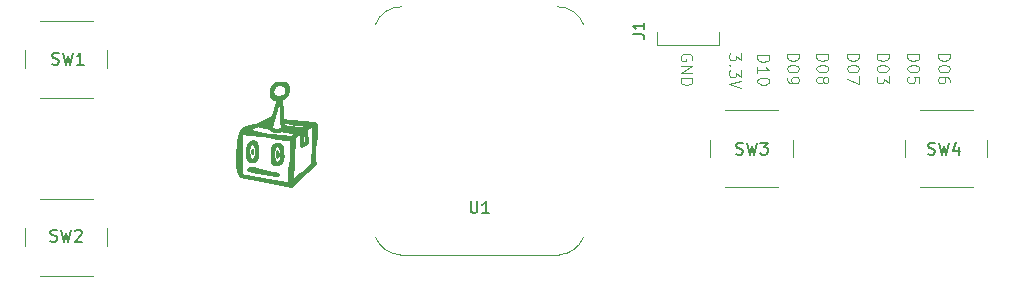
<source format=gbr>
%TF.GenerationSoftware,KiCad,Pcbnew,9.0.1*%
%TF.CreationDate,2025-07-14T13:59:50-05:00*%
%TF.ProjectId,Cardbot Controller,43617264-626f-4742-9043-6f6e74726f6c,rev?*%
%TF.SameCoordinates,Original*%
%TF.FileFunction,Legend,Top*%
%TF.FilePolarity,Positive*%
%FSLAX46Y46*%
G04 Gerber Fmt 4.6, Leading zero omitted, Abs format (unit mm)*
G04 Created by KiCad (PCBNEW 9.0.1) date 2025-07-14 13:59:50*
%MOMM*%
%LPD*%
G01*
G04 APERTURE LIST*
%ADD10C,0.361156*%
%ADD11C,0.100000*%
%ADD12C,0.000000*%
%ADD13C,0.347662*%
%ADD14C,0.150000*%
%ADD15C,0.120000*%
G04 APERTURE END LIST*
D10*
X122989888Y-62269871D02*
X122984580Y-62271053D01*
X122979303Y-62272208D01*
X122974071Y-62273332D01*
X122968868Y-62274430D01*
X122963710Y-62275498D01*
X122958582Y-62276539D01*
X122953497Y-62277552D01*
X122948441Y-62278538D01*
X122943429Y-62279495D01*
X122938446Y-62280426D01*
X122933505Y-62281329D01*
X122928594Y-62282206D01*
X122923724Y-62283056D01*
X122918883Y-62283880D01*
X122914083Y-62284677D01*
X122909312Y-62285449D01*
X122904581Y-62286195D01*
X122899879Y-62286915D01*
X122895217Y-62287610D01*
X122890583Y-62288279D01*
X122885988Y-62288923D01*
X122881421Y-62289543D01*
X122876894Y-62290138D01*
X122872393Y-62290708D01*
X122867931Y-62291254D01*
X122863497Y-62291776D01*
X122859100Y-62292274D01*
X122854730Y-62292749D01*
X122850398Y-62293199D01*
X122846092Y-62293627D01*
X122841823Y-62294030D01*
X122837580Y-62294412D01*
X122833375Y-62294769D01*
X122829194Y-62295105D01*
X122825050Y-62295418D01*
X122820932Y-62295709D01*
X122816849Y-62295977D01*
X122812792Y-62296223D01*
X122808769Y-62296448D01*
X122804772Y-62296651D01*
X122800809Y-62296832D01*
X122796871Y-62296992D01*
X122792967Y-62297131D01*
X122789088Y-62297249D01*
X122785242Y-62297346D01*
X122781420Y-62297422D01*
X122777632Y-62297478D01*
X122773867Y-62297513D01*
X122770135Y-62297528D01*
X122766427Y-62297523D01*
X122762751Y-62297498D01*
X122759098Y-62297454D01*
X122755477Y-62297389D01*
X122751879Y-62297305D01*
X122748313Y-62297202D01*
X122744769Y-62297080D01*
X122741256Y-62296938D01*
X122737765Y-62296778D01*
X122734305Y-62296599D01*
X122730868Y-62296401D01*
X122727459Y-62296185D01*
X122724074Y-62295950D01*
X122720717Y-62295697D01*
X122717382Y-62295426D01*
X122714076Y-62295138D01*
X122710792Y-62294831D01*
X122707536Y-62294506D01*
X122704302Y-62294164D01*
X122701095Y-62293805D01*
X122697910Y-62293427D01*
X122694752Y-62293033D01*
X122691615Y-62292622D01*
X122688505Y-62292194D01*
X122685416Y-62291748D01*
X122682353Y-62291287D01*
X122679311Y-62290808D01*
X122676295Y-62290313D01*
X122673299Y-62289801D01*
X122670328Y-62289273D01*
X122667378Y-62288729D01*
X122664453Y-62288169D01*
X122661548Y-62287592D01*
X122658667Y-62287000D01*
X122655807Y-62286392D01*
X122652970Y-62285768D01*
X122650153Y-62285128D01*
X122647360Y-62284473D01*
X122644586Y-62283802D01*
X122641835Y-62283116D01*
X122639104Y-62282415D01*
X122636395Y-62281699D01*
X122633705Y-62280967D01*
X122631038Y-62280220D01*
X122628390Y-62279458D01*
X122625763Y-62278682D01*
X122623155Y-62277890D01*
X122620569Y-62277084D01*
X122618001Y-62276263D01*
X122615454Y-62275427D01*
X122612926Y-62274577D01*
X122610418Y-62273712D01*
X122607929Y-62272833D01*
X122605459Y-62271940D01*
X122603008Y-62271032D01*
X122600577Y-62270110D01*
X122598163Y-62269173D01*
X122595769Y-62268223D01*
X122593393Y-62267258D01*
X122591035Y-62266279D01*
X122588696Y-62265286D01*
X122586375Y-62264280D01*
X122584071Y-62263259D01*
X122581786Y-62262224D01*
X122579518Y-62261175D01*
X122577267Y-62260113D01*
X122575035Y-62259037D01*
X122572819Y-62257946D01*
X122570621Y-62256843D01*
X122568439Y-62255725D01*
X122566275Y-62254594D01*
X122564127Y-62253448D01*
X122561997Y-62252290D01*
X122559882Y-62251117D01*
X122557785Y-62249931D01*
X122555703Y-62248731D01*
X122553638Y-62247518D01*
X122551588Y-62246290D01*
X122549556Y-62245050D01*
X122547538Y-62243795D01*
X122545538Y-62242528D01*
X122541583Y-62239951D01*
X122537689Y-62237319D01*
X122533857Y-62234633D01*
X122530086Y-62231891D01*
X122526374Y-62229095D01*
X122522722Y-62226243D01*
X122519128Y-62223336D01*
X122515592Y-62220374D01*
X122512113Y-62217355D01*
X122508691Y-62214280D01*
X122505324Y-62211148D01*
X122502014Y-62207959D01*
X122498758Y-62204712D01*
X122495558Y-62201408D01*
X122492411Y-62198044D01*
X122489319Y-62194622D01*
X122486280Y-62191140D01*
X122483294Y-62187598D01*
X122480361Y-62183995D01*
X122477481Y-62180330D01*
X122474653Y-62176603D01*
X122471878Y-62172813D01*
X122469155Y-62168960D01*
X122466484Y-62165041D01*
X122463865Y-62161058D01*
X122461298Y-62157009D01*
X122458783Y-62152892D01*
X122456320Y-62148708D01*
X122453909Y-62144455D01*
X122451550Y-62140132D01*
X122449244Y-62135739D01*
X122446990Y-62131274D01*
X122444789Y-62126737D01*
X122442640Y-62122126D01*
X122440545Y-62117440D01*
X122438504Y-62112679D01*
X122436516Y-62107841D01*
X122434583Y-62102925D01*
X122432704Y-62097930D01*
X122430880Y-62092855D01*
X122429112Y-62087699D01*
X122427399Y-62082460D01*
X122425744Y-62077138D01*
X122424145Y-62071731D01*
X122422604Y-62066238D01*
X122421122Y-62060658D01*
X122419698Y-62054989D01*
X122418334Y-62049231D01*
X122417030Y-62043382D01*
X122415788Y-62037440D01*
X122414607Y-62031405D01*
X122413489Y-62025275D01*
X122412434Y-62019048D01*
X122411444Y-62012724D01*
X122410518Y-62006301D01*
X122409659Y-61999778D01*
X122408867Y-61993153D01*
X122408142Y-61986425D01*
X122407486Y-61979593D01*
X122406900Y-61972655D01*
X122406385Y-61965609D01*
X122405941Y-61958454D01*
X122405571Y-61951189D01*
X122405274Y-61943812D01*
X122405052Y-61936321D01*
X122404907Y-61928716D01*
X122404838Y-61920993D01*
X122404848Y-61913153D01*
X122404938Y-61905192D01*
X122405108Y-61897109D01*
X122405360Y-61888903D01*
X122405696Y-61880571D01*
X122406116Y-61872111D01*
X122406622Y-61863522D01*
X122407214Y-61854800D01*
X122407896Y-61845944D01*
X122408667Y-61836951D01*
X122409530Y-61827818D01*
X122410485Y-61818543D01*
X122411535Y-61809120D01*
X122412682Y-61799548D01*
X122413926Y-61789821D01*
X122415270Y-61779934D01*
X122416716Y-61769882D01*
X122418266Y-61759657D01*
X122419922Y-61749251D01*
X122421689Y-61738654D01*
X122423569Y-61727852D01*
X122425566Y-61716830D01*
X122427687Y-61705566D01*
X122429937Y-61694032D01*
X122432326Y-61682186D01*
X122434869Y-61669972D01*
X122437584Y-61657300D01*
X122439145Y-61650164D01*
D11*
X160300000Y-57700000D02*
X160300000Y-56600000D01*
D10*
X123094024Y-61022547D02*
X123099236Y-61021339D01*
X123104423Y-61020158D01*
X123109574Y-61019006D01*
X123114700Y-61017879D01*
X123119792Y-61016781D01*
X123124858Y-61015708D01*
X123129889Y-61014663D01*
X123134896Y-61013644D01*
X123139868Y-61012652D01*
X123144816Y-61011686D01*
X123149730Y-61010746D01*
X123154619Y-61009831D01*
X123159476Y-61008943D01*
X123164307Y-61008080D01*
X123169106Y-61007243D01*
X123173881Y-61006430D01*
X123178623Y-61005643D01*
X123183341Y-61004881D01*
X123188026Y-61004143D01*
X123192688Y-61003430D01*
X123197318Y-61002742D01*
X123201925Y-61002077D01*
X123206500Y-61001438D01*
X123211052Y-61000821D01*
X123215572Y-61000229D01*
X123220069Y-60999661D01*
X123224536Y-60999116D01*
X123228979Y-60998594D01*
X123233392Y-60998096D01*
X123237783Y-60997620D01*
X123242143Y-60997168D01*
X123246480Y-60996738D01*
X123250788Y-60996332D01*
X123255074Y-60995947D01*
X123259330Y-60995585D01*
X123263564Y-60995245D01*
X123267769Y-60994928D01*
X123271951Y-60994632D01*
X123276106Y-60994358D01*
X123280238Y-60994106D01*
X123284342Y-60993875D01*
X123288424Y-60993665D01*
X123292479Y-60993477D01*
X123296512Y-60993310D01*
X123300517Y-60993164D01*
X123304502Y-60993039D01*
X123308459Y-60992935D01*
X123312394Y-60992851D01*
X123316303Y-60992788D01*
X123320191Y-60992745D01*
X123324053Y-60992722D01*
X123327893Y-60992720D01*
X123331708Y-60992737D01*
X123335502Y-60992774D01*
X123339270Y-60992831D01*
X123343018Y-60992908D01*
X123346740Y-60993004D01*
X123350442Y-60993119D01*
X123354119Y-60993254D01*
X123357776Y-60993408D01*
X123361408Y-60993581D01*
X123365020Y-60993773D01*
X123368608Y-60993983D01*
X123372176Y-60994213D01*
X123375720Y-60994461D01*
X123379244Y-60994727D01*
X123382745Y-60995012D01*
X123386226Y-60995315D01*
X123389684Y-60995637D01*
X123393122Y-60995976D01*
X123396538Y-60996333D01*
X123399934Y-60996709D01*
X123403308Y-60997102D01*
X123406663Y-60997512D01*
X123409995Y-60997941D01*
X123413308Y-60998387D01*
X123416600Y-60998850D01*
X123419873Y-60999330D01*
X123423124Y-60999828D01*
X123426357Y-61000343D01*
X123429568Y-61000874D01*
X123432761Y-61001423D01*
X123435933Y-61001989D01*
X123439087Y-61002572D01*
X123442220Y-61003171D01*
X123445335Y-61003787D01*
X123448429Y-61004419D01*
X123451506Y-61005068D01*
X123454563Y-61005733D01*
X123457601Y-61006415D01*
X123460620Y-61007112D01*
X123463621Y-61007826D01*
X123466604Y-61008556D01*
X123469568Y-61009303D01*
X123472514Y-61010065D01*
X123475441Y-61010843D01*
X123478351Y-61011637D01*
X123481242Y-61012446D01*
X123484116Y-61013272D01*
X123486972Y-61014113D01*
X123489810Y-61014970D01*
X123492631Y-61015842D01*
X123495434Y-61016729D01*
X123498220Y-61017633D01*
X123500989Y-61018551D01*
X123503741Y-61019485D01*
X123506476Y-61020434D01*
X123509193Y-61021399D01*
X123511895Y-61022378D01*
X123514578Y-61023373D01*
X123517247Y-61024383D01*
X123519897Y-61025408D01*
X123522533Y-61026448D01*
X123525150Y-61027503D01*
X123527753Y-61028574D01*
X123530339Y-61029658D01*
X123532910Y-61030759D01*
X123535463Y-61031873D01*
X123538002Y-61033003D01*
X123540524Y-61034147D01*
X123543032Y-61035307D01*
X123545522Y-61036480D01*
X123547999Y-61037670D01*
X123550458Y-61038873D01*
X123552904Y-61040091D01*
X123555333Y-61041324D01*
X123557749Y-61042572D01*
X123560148Y-61043834D01*
X123564902Y-61046402D01*
X123569597Y-61049029D01*
X123574234Y-61051715D01*
X123578812Y-61054458D01*
X123583333Y-61057261D01*
X123587797Y-61060122D01*
X123592204Y-61063041D01*
X123596556Y-61066019D01*
X123600852Y-61069055D01*
X123605093Y-61072151D01*
X123609280Y-61075305D01*
X123613413Y-61078519D01*
X123617493Y-61081791D01*
X123621519Y-61085124D01*
X123625492Y-61088516D01*
X123629413Y-61091968D01*
X123633282Y-61095480D01*
X123637099Y-61099053D01*
X123640864Y-61102687D01*
X123644578Y-61106382D01*
X123648241Y-61110139D01*
X123651853Y-61113958D01*
X123655414Y-61117839D01*
X123658925Y-61121783D01*
X123662385Y-61125790D01*
X123665795Y-61129861D01*
X123669155Y-61133996D01*
X123672464Y-61138195D01*
X123675723Y-61142460D01*
X123678932Y-61146790D01*
X123682091Y-61151187D01*
X123685199Y-61155650D01*
X123688257Y-61160180D01*
X123691265Y-61164778D01*
X123694222Y-61169444D01*
X123697128Y-61174179D01*
X123699983Y-61178983D01*
X123702786Y-61183857D01*
X123705539Y-61188801D01*
X123708239Y-61193817D01*
X123710888Y-61198904D01*
X123713484Y-61204063D01*
X123716028Y-61209295D01*
X123718518Y-61214599D01*
X123720955Y-61219978D01*
X123723339Y-61225431D01*
X123725667Y-61230958D01*
X123727941Y-61236561D01*
X123730160Y-61242239D01*
X123732323Y-61247993D01*
X123734429Y-61253824D01*
X123736479Y-61259732D01*
X123738471Y-61265718D01*
X123740405Y-61271781D01*
X123742280Y-61277922D01*
X123744096Y-61284141D01*
X123745852Y-61290439D01*
X123747547Y-61296816D01*
X123749181Y-61303271D01*
X123750753Y-61309806D01*
X123752261Y-61316419D01*
X123753706Y-61323112D01*
X123755087Y-61329884D01*
X123756402Y-61336734D01*
X123757652Y-61343663D01*
X123758834Y-61350671D01*
X123759949Y-61357756D01*
X123760996Y-61364918D01*
X123761974Y-61372157D01*
X123762881Y-61379473D01*
X123763718Y-61386863D01*
X123764483Y-61394327D01*
X123765176Y-61401865D01*
X123765795Y-61409475D01*
X123766341Y-61417154D01*
X123766811Y-61424903D01*
X123767206Y-61432718D01*
X123767525Y-61440598D01*
X123767767Y-61448541D01*
X123767931Y-61456544D01*
X123768017Y-61464605D01*
X123768025Y-61472720D01*
X123767952Y-61480885D01*
X123767801Y-61489099D01*
X123767569Y-61497355D01*
X123767256Y-61505651D01*
X123766863Y-61513980D01*
X123766389Y-61522339D01*
X123765835Y-61530721D01*
X123765200Y-61539119D01*
X123764484Y-61547529D01*
X123763689Y-61555941D01*
X123762815Y-61564349D01*
X123761863Y-61572744D01*
X123760834Y-61581116D01*
X123759729Y-61589456D01*
X123758550Y-61597753D01*
X123757298Y-61605997D01*
X123755977Y-61614174D01*
X123754589Y-61622273D01*
X123753136Y-61630279D01*
X123751622Y-61638179D01*
X123750052Y-61645957D01*
X123749166Y-61650173D01*
X120777304Y-68236537D02*
X120839591Y-68240560D01*
X120902197Y-68247971D01*
X120965238Y-68258492D01*
X121093090Y-68287755D01*
X121224078Y-68326128D01*
X121359134Y-68371389D01*
X121499188Y-68421316D01*
X121757505Y-68512056D01*
X120466569Y-68276963D01*
X120529010Y-68259880D01*
X120591188Y-68247574D01*
X120653218Y-68239766D01*
X120715218Y-68236180D01*
X120777304Y-68236537D01*
X120788037Y-66006365D02*
X120790245Y-66005119D01*
X120792445Y-66003901D01*
X120794629Y-66002714D01*
X120796805Y-66001554D01*
X120798966Y-66000425D01*
X120801119Y-65999322D01*
X120803257Y-65998250D01*
X120805388Y-65997204D01*
X120807504Y-65996187D01*
X120809612Y-65995196D01*
X120811706Y-65994234D01*
X120813792Y-65993298D01*
X120815864Y-65992389D01*
X120817929Y-65991506D01*
X120819980Y-65990651D01*
X120822024Y-65989820D01*
X120824054Y-65989016D01*
X120826077Y-65988236D01*
X120828087Y-65987483D01*
X120830091Y-65986754D01*
X120832081Y-65986050D01*
X120834064Y-65985371D01*
X120836035Y-65984716D01*
X120837999Y-65984086D01*
X120839951Y-65983479D01*
X120841896Y-65982896D01*
X120843830Y-65982338D01*
X120845757Y-65981802D01*
X120847672Y-65981290D01*
X120849581Y-65980800D01*
X120851479Y-65980334D01*
X120853371Y-65979890D01*
X120855252Y-65979469D01*
X120857127Y-65979069D01*
X120858991Y-65978693D01*
X120860849Y-65978338D01*
X120862697Y-65978005D01*
X120864539Y-65977694D01*
X120866372Y-65977404D01*
X120868198Y-65977136D01*
X120870016Y-65976889D01*
X120871827Y-65976664D01*
X120873630Y-65976459D01*
X120875426Y-65976275D01*
X120877215Y-65976112D01*
X120878997Y-65975970D01*
X120880772Y-65975848D01*
X120882541Y-65975747D01*
X120884303Y-65975666D01*
X120886058Y-65975606D01*
X120887807Y-65975566D01*
X120889549Y-65975545D01*
X120891286Y-65975545D01*
X120893016Y-65975565D01*
X120894741Y-65975605D01*
X120896459Y-65975664D01*
X120898173Y-65975743D01*
X120899880Y-65975842D01*
X120901582Y-65975961D01*
X120903278Y-65976099D01*
X120904970Y-65976257D01*
X120906656Y-65976435D01*
X120910013Y-65976848D01*
X120913352Y-65977340D01*
X120916671Y-65977909D01*
X120919974Y-65978557D01*
X120923260Y-65979282D01*
X120926530Y-65980086D01*
X120929785Y-65980968D01*
X120933026Y-65981929D01*
X120936253Y-65982969D01*
X120939467Y-65984090D01*
X120942670Y-65985290D01*
X120945861Y-65986571D01*
X120949041Y-65987935D01*
X120952211Y-65989380D01*
X120955372Y-65990910D01*
X120958523Y-65992523D01*
X120961667Y-65994222D01*
X120964802Y-65996008D01*
X120967929Y-65997881D01*
X120971050Y-65999843D01*
X120974163Y-66001895D01*
X120977271Y-66004039D01*
X120980372Y-66006276D01*
X120983467Y-66008607D01*
X120986557Y-66011034D01*
X120989642Y-66013558D01*
X120992721Y-66016182D01*
X120995795Y-66018906D01*
X120998864Y-66021732D01*
X121001929Y-66024663D01*
X121004988Y-66027700D01*
X121008042Y-66030844D01*
X121011092Y-66034098D01*
X121014136Y-66037464D01*
X121017175Y-66040943D01*
X121020208Y-66044537D01*
X121023236Y-66048248D01*
X121026258Y-66052079D01*
X121029273Y-66056031D01*
X121032282Y-66060106D01*
X121035284Y-66064306D01*
X121038279Y-66068633D01*
X121041266Y-66073090D01*
X121044245Y-66077678D01*
X121047214Y-66082399D01*
X121050175Y-66087256D01*
X121053125Y-66092250D01*
X121056065Y-66097383D01*
X121058994Y-66102657D01*
X121061910Y-66108074D01*
X121064814Y-66113636D01*
X121067704Y-66119345D01*
X121070581Y-66125203D01*
X121073441Y-66131211D01*
X121076286Y-66137371D01*
X121079114Y-66143685D01*
X121081923Y-66150155D01*
X121084714Y-66156781D01*
X121087485Y-66163565D01*
X121090234Y-66170509D01*
X121092962Y-66177614D01*
X121095666Y-66184880D01*
X121098345Y-66192310D01*
X121100998Y-66199903D01*
X121103624Y-66207661D01*
X121106222Y-66215584D01*
X121108790Y-66223672D01*
X121111327Y-66231926D01*
X121113832Y-66240346D01*
X121116302Y-66248931D01*
X121118737Y-66257682D01*
X121121135Y-66266597D01*
X121123494Y-66275676D01*
X121125813Y-66284918D01*
X121128091Y-66294321D01*
X121130325Y-66303884D01*
X121132514Y-66313605D01*
X121134656Y-66323481D01*
X121136749Y-66333509D01*
X121138793Y-66343687D01*
X121140784Y-66354011D01*
X121142722Y-66364478D01*
X121144604Y-66375083D01*
X121146428Y-66385821D01*
X121148194Y-66396687D01*
X121149899Y-66407675D01*
X121151541Y-66418780D01*
X121153119Y-66429994D01*
X121154631Y-66441311D01*
X121156075Y-66452722D01*
X121157450Y-66464220D01*
X121158754Y-66475795D01*
X121159985Y-66487438D01*
X121161142Y-66499138D01*
X121162224Y-66510887D01*
X121163230Y-66522671D01*
X121164157Y-66534481D01*
X121165006Y-66546303D01*
X121165775Y-66558125D01*
X121166463Y-66569934D01*
X121167070Y-66581717D01*
X121167595Y-66593459D01*
X121168038Y-66605147D01*
X121168229Y-66610969D01*
X121168399Y-66616767D01*
X121168548Y-66622548D01*
X121168677Y-66628303D01*
X121168786Y-66634036D01*
X121168874Y-66639742D01*
X121168942Y-66645420D01*
X121168989Y-66651069D01*
X121169016Y-66656684D01*
X121169023Y-66662269D01*
X121169010Y-66667814D01*
X121168977Y-66673327D01*
X121168924Y-66678796D01*
X121168852Y-66684231D01*
X121168761Y-66689616D01*
X121168650Y-66694965D01*
X121168520Y-66700260D01*
X121168371Y-66705518D01*
X121168204Y-66710715D01*
X121168018Y-66715875D01*
X121167814Y-66720970D01*
X121167592Y-66726025D01*
X121167353Y-66731011D01*
X121167096Y-66735956D01*
X121166822Y-66740828D01*
X121166531Y-66745657D01*
X121166225Y-66750410D01*
X121165901Y-66755119D01*
X121165563Y-66759748D01*
X121165207Y-66764333D01*
X121164839Y-66768833D01*
X121164453Y-66773289D01*
X121164056Y-66777659D01*
X121163642Y-66781982D01*
X121163560Y-66782811D01*
X123163255Y-62297485D02*
X123346055Y-64842724D01*
X122514270Y-64107052D02*
X122363214Y-64690494D01*
X122360156Y-64700333D01*
X122357667Y-64711797D01*
X122355723Y-64726881D01*
X122355233Y-64735606D01*
X122355213Y-64745028D01*
X122355773Y-64755076D01*
X122357025Y-64765681D01*
X122359080Y-64776774D01*
X122362048Y-64788284D01*
X122366042Y-64800142D01*
X122371171Y-64812279D01*
X122377548Y-64824625D01*
X122385283Y-64837110D01*
X122394487Y-64849664D01*
X122405272Y-64862219D01*
X122417748Y-64874704D01*
X122432027Y-64887050D01*
X122448219Y-64899187D01*
X122466437Y-64911046D01*
X122486790Y-64922557D01*
X122509390Y-64933650D01*
X122534348Y-64944255D01*
X122561776Y-64954304D01*
X122591783Y-64963727D01*
X122624482Y-64972453D01*
X122659983Y-64980414D01*
X122698398Y-64987539D01*
X122737712Y-64993403D01*
X122775830Y-64997674D01*
X122812746Y-65000446D01*
X122848459Y-65001809D01*
X122916261Y-65000680D01*
X122979207Y-64995026D01*
X123037271Y-64985584D01*
X123090426Y-64973092D01*
X123138646Y-64958288D01*
X123181904Y-64941910D01*
X123220173Y-64924696D01*
X123253426Y-64907383D01*
X123281636Y-64890709D01*
X123304777Y-64875413D01*
X123335745Y-64851902D01*
X123346116Y-64842753D01*
X123298049Y-64173111D01*
X125994654Y-64400323D01*
X124085015Y-65603961D01*
X119827886Y-65195889D01*
X122215029Y-64081853D01*
X122514270Y-64107052D01*
D12*
G36*
X120794677Y-66516537D02*
G01*
X120801228Y-66517567D01*
X120807683Y-66519262D01*
X120814035Y-66521607D01*
X120820275Y-66524584D01*
X120826396Y-66528177D01*
X120832389Y-66532369D01*
X120838246Y-66537143D01*
X120843960Y-66542482D01*
X120849521Y-66548370D01*
X120854923Y-66554790D01*
X120860156Y-66561725D01*
X120865213Y-66569158D01*
X120870086Y-66577074D01*
X120874766Y-66585454D01*
X120879246Y-66594282D01*
X120883516Y-66603541D01*
X120887570Y-66613216D01*
X120891400Y-66623288D01*
X120894996Y-66633741D01*
X120898351Y-66644559D01*
X120901456Y-66655724D01*
X120904305Y-66667220D01*
X120906888Y-66679030D01*
X120909197Y-66691138D01*
X120911225Y-66703526D01*
X120912963Y-66716179D01*
X120914404Y-66729078D01*
X120915538Y-66742208D01*
X120916358Y-66755551D01*
X120916856Y-66769091D01*
X120917024Y-66782811D01*
X120916358Y-66810072D01*
X120914404Y-66836545D01*
X120911225Y-66862096D01*
X120906888Y-66886592D01*
X120901456Y-66909898D01*
X120894996Y-66931881D01*
X120887570Y-66952407D01*
X120879246Y-66971340D01*
X120870086Y-66988549D01*
X120860156Y-67003897D01*
X120849521Y-67017252D01*
X120838246Y-67028479D01*
X120832389Y-67033253D01*
X120826396Y-67037445D01*
X120820275Y-67041038D01*
X120814035Y-67044015D01*
X120807683Y-67046360D01*
X120801228Y-67048055D01*
X120794677Y-67049085D01*
X120788040Y-67049432D01*
X120781402Y-67049085D01*
X120774852Y-67048055D01*
X120768397Y-67046360D01*
X120762045Y-67044015D01*
X120755805Y-67041038D01*
X120749684Y-67037445D01*
X120743691Y-67033253D01*
X120737833Y-67028479D01*
X120732120Y-67023140D01*
X120726558Y-67017252D01*
X120721157Y-67010832D01*
X120715924Y-67003897D01*
X120710867Y-66996464D01*
X120705994Y-66988549D01*
X120701314Y-66980169D01*
X120696834Y-66971340D01*
X120692563Y-66962081D01*
X120688509Y-66952407D01*
X120684680Y-66942335D01*
X120681084Y-66931881D01*
X120677729Y-66921064D01*
X120674623Y-66909898D01*
X120671775Y-66898402D01*
X120669192Y-66886592D01*
X120666882Y-66874484D01*
X120664854Y-66862096D01*
X120663116Y-66849444D01*
X120661676Y-66836545D01*
X120660542Y-66823415D01*
X120659721Y-66810072D01*
X120659223Y-66796532D01*
X120659056Y-66782811D01*
X120659721Y-66755551D01*
X120661676Y-66729078D01*
X120664854Y-66703526D01*
X120669192Y-66679030D01*
X120674623Y-66655724D01*
X120681084Y-66633741D01*
X120688509Y-66613216D01*
X120696834Y-66594282D01*
X120705994Y-66577074D01*
X120715924Y-66561725D01*
X120726558Y-66548370D01*
X120737833Y-66537143D01*
X120743691Y-66532369D01*
X120749684Y-66528177D01*
X120755805Y-66524584D01*
X120762045Y-66521607D01*
X120768397Y-66519262D01*
X120774852Y-66517567D01*
X120781402Y-66516537D01*
X120788040Y-66516190D01*
X120794677Y-66516537D01*
G37*
D10*
X119828000Y-65195864D02*
X119829385Y-65190373D01*
X119830845Y-65184912D01*
X119832379Y-65179480D01*
X119833989Y-65174076D01*
X119835673Y-65168701D01*
X119837433Y-65163352D01*
X119839268Y-65158030D01*
X119841179Y-65152733D01*
X119843166Y-65147461D01*
X119845229Y-65142215D01*
X119847368Y-65136991D01*
X119849584Y-65131792D01*
X119851877Y-65126614D01*
X119854247Y-65121459D01*
X119856696Y-65116326D01*
X119859224Y-65111213D01*
X119861830Y-65106121D01*
X119864516Y-65101048D01*
X119867282Y-65095995D01*
X119870129Y-65090961D01*
X119873057Y-65085945D01*
X119876068Y-65080947D01*
X119879161Y-65075966D01*
X119882338Y-65071002D01*
X119885599Y-65066054D01*
X119888946Y-65061122D01*
X119892378Y-65056206D01*
X119895898Y-65051304D01*
X119899505Y-65046418D01*
X119903202Y-65041545D01*
X119906988Y-65036687D01*
X119910865Y-65031841D01*
X119914834Y-65027009D01*
X119918896Y-65022190D01*
X119923052Y-65017383D01*
X119927303Y-65012588D01*
X119931651Y-65007805D01*
X119936096Y-65003033D01*
X119940640Y-64998272D01*
X119945285Y-64993522D01*
X119950031Y-64988782D01*
X119954880Y-64984053D01*
X119959833Y-64979333D01*
X119964893Y-64974623D01*
X119970059Y-64969923D01*
X119975334Y-64965231D01*
X119980719Y-64960549D01*
X119986217Y-64955875D01*
X119991828Y-64951209D01*
X119997554Y-64946552D01*
X120003396Y-64941903D01*
X120009358Y-64937261D01*
X120015440Y-64932627D01*
X120021644Y-64928001D01*
X120027972Y-64923381D01*
X120034427Y-64918768D01*
X120041009Y-64914162D01*
X120047722Y-64909563D01*
X120054567Y-64904970D01*
X120061546Y-64900383D01*
X120068661Y-64895802D01*
X120075915Y-64891226D01*
X120083311Y-64886657D01*
X120090850Y-64882092D01*
X120098534Y-64877533D01*
X120106367Y-64872978D01*
X120114351Y-64868428D01*
X120122489Y-64863882D01*
X120130783Y-64859341D01*
X120139236Y-64854804D01*
X120147851Y-64850270D01*
X120156631Y-64845740D01*
X120165579Y-64841212D01*
X120174699Y-64836688D01*
X120183993Y-64832166D01*
X120193466Y-64827646D01*
X120203120Y-64823128D01*
X120212960Y-64818612D01*
X120222988Y-64814096D01*
X120233210Y-64809581D01*
X120243630Y-64805066D01*
X120254251Y-64800551D01*
X120265078Y-64796034D01*
X120276116Y-64791516D01*
X120287371Y-64786996D01*
X120298846Y-64782473D01*
X120310548Y-64777947D01*
X120322483Y-64773416D01*
X120334656Y-64768879D01*
X120347074Y-64764337D01*
X120359745Y-64759787D01*
X120372674Y-64755229D01*
X120385870Y-64750661D01*
X120399341Y-64746083D01*
X120413096Y-64741492D01*
X120427144Y-64736887D01*
X120441496Y-64732267D01*
X120456162Y-64727628D01*
X120471155Y-64722970D01*
X120486488Y-64718290D01*
X120502174Y-64713585D01*
X120518229Y-64708853D01*
X120534670Y-64704089D01*
X120551517Y-64699291D01*
X120568791Y-64694453D01*
X120586514Y-64689572D01*
X120604715Y-64684642D01*
X120623422Y-64679657D01*
X120642672Y-64674610D01*
X120662503Y-64669491D01*
X120682964Y-64664292D01*
X120704109Y-64659000D01*
X120726005Y-64653602D01*
X120748733Y-64648080D01*
X120772393Y-64642413D01*
X120797110Y-64636572D01*
X120823051Y-64630524D01*
X120850436Y-64624218D01*
X120879577Y-64617588D01*
X120910937Y-64610532D01*
X120945262Y-64602887D01*
X120983916Y-64594354D01*
X121029978Y-64584260D01*
X121077344Y-64573923D01*
X121124943Y-64563535D01*
X121172416Y-64553129D01*
X121196085Y-64547911D01*
X121219697Y-64542677D01*
X121243246Y-64537423D01*
X121266722Y-64532146D01*
X121290118Y-64526841D01*
X121313426Y-64521506D01*
X121336636Y-64516136D01*
X121359742Y-64510728D01*
X121382735Y-64505277D01*
X121405608Y-64499780D01*
X121416996Y-64497012D01*
X121428350Y-64494232D01*
X121439671Y-64491439D01*
X121450956Y-64488631D01*
X121462205Y-64485810D01*
X121473416Y-64482973D01*
X121484589Y-64480121D01*
X121495723Y-64477253D01*
X121506816Y-64474369D01*
X121517867Y-64471468D01*
X121528877Y-64468550D01*
X121539842Y-64465614D01*
X121550764Y-64462659D01*
X121561639Y-64459686D01*
X121572468Y-64456694D01*
X121583250Y-64453683D01*
X121593983Y-64450651D01*
X121604667Y-64447598D01*
X121615300Y-64444525D01*
X121625881Y-64441430D01*
X121636410Y-64438313D01*
X121646885Y-64435173D01*
X121657305Y-64432011D01*
X121667670Y-64428825D01*
X121677978Y-64425615D01*
X121688228Y-64422380D01*
X121698419Y-64419121D01*
X121708551Y-64415837D01*
X121718622Y-64412526D01*
X121728632Y-64409190D01*
X121738578Y-64405826D01*
X121748461Y-64402435D01*
X121758278Y-64399017D01*
X121768030Y-64395570D01*
X121777716Y-64392095D01*
X121787333Y-64388590D01*
X121796881Y-64385056D01*
X121806359Y-64381492D01*
X121815767Y-64377897D01*
X121825102Y-64374271D01*
X121834365Y-64370613D01*
X121843554Y-64366924D01*
X121852667Y-64363201D01*
X121861705Y-64359446D01*
X121870665Y-64355658D01*
X121879548Y-64351835D01*
X121888351Y-64347979D01*
X121897075Y-64344087D01*
X121905717Y-64340160D01*
X121914277Y-64336197D01*
X121922754Y-64332198D01*
X121931147Y-64328162D01*
X121939455Y-64324088D01*
X121947676Y-64319977D01*
X121955811Y-64315828D01*
X121963857Y-64311640D01*
X121971814Y-64307413D01*
X121979680Y-64303146D01*
X121987456Y-64298840D01*
X121991309Y-64296671D01*
X121995139Y-64294492D01*
X121998945Y-64292303D01*
X122002729Y-64290104D01*
X122006488Y-64287894D01*
X122010224Y-64285674D01*
X122013936Y-64283443D01*
X122017624Y-64281201D01*
X122021288Y-64278949D01*
X122024928Y-64276687D01*
X122028543Y-64274413D01*
X122032134Y-64272129D01*
X122035701Y-64269834D01*
X122039242Y-64267528D01*
X122042759Y-64265211D01*
X122046251Y-64262883D01*
X122049718Y-64260544D01*
X122053159Y-64258194D01*
X122056576Y-64255832D01*
X122059966Y-64253460D01*
X122063331Y-64251076D01*
X122066671Y-64248680D01*
X122069984Y-64246273D01*
X122073271Y-64243855D01*
X122076533Y-64241425D01*
X122079768Y-64238983D01*
X122082977Y-64236529D01*
X122086159Y-64234064D01*
X122089314Y-64231587D01*
X122092443Y-64229099D01*
X122095545Y-64226598D01*
X122098620Y-64224085D01*
X122101668Y-64221560D01*
X122104688Y-64219023D01*
X122107682Y-64216474D01*
X122110647Y-64213913D01*
X122113585Y-64211339D01*
X122116495Y-64208753D01*
X122119378Y-64206155D01*
X122122232Y-64203544D01*
X122125058Y-64200920D01*
X122127856Y-64198285D01*
X122130625Y-64195636D01*
X122133366Y-64192975D01*
X122136079Y-64190300D01*
X122138762Y-64187613D01*
X122141417Y-64184914D01*
X122144042Y-64182201D01*
X122146638Y-64179475D01*
X122149205Y-64176736D01*
X122151743Y-64173984D01*
X122154251Y-64171219D01*
X122156730Y-64168441D01*
X122159178Y-64165649D01*
X122161597Y-64162844D01*
X122163985Y-64160025D01*
X122166344Y-64157193D01*
X122168672Y-64154348D01*
X122170969Y-64151489D01*
X122173236Y-64148616D01*
X122175473Y-64145730D01*
X122177678Y-64142829D01*
X122179853Y-64139915D01*
X122181997Y-64136987D01*
X122184109Y-64134045D01*
X122186190Y-64131089D01*
X122188239Y-64128119D01*
X122190257Y-64125135D01*
X122192244Y-64122136D01*
X122194198Y-64119124D01*
X122196120Y-64116097D01*
X122198011Y-64113055D01*
X122199869Y-64110000D01*
X122201695Y-64106929D01*
X122203488Y-64103844D01*
X122205249Y-64100745D01*
X122206977Y-64097631D01*
X122208672Y-64094502D01*
X122210334Y-64091358D01*
X122211963Y-64088200D01*
X122213559Y-64085026D01*
X122215121Y-64081838D01*
X122911306Y-68722199D02*
X122894257Y-68719134D01*
X122876311Y-68715990D01*
X122857410Y-68712759D01*
X122837489Y-68709434D01*
X122816476Y-68706008D01*
X122794286Y-68702471D01*
X122770822Y-68698811D01*
X122745967Y-68695015D01*
X122719585Y-68691065D01*
X122691505Y-68686942D01*
X122661518Y-68682618D01*
X122629353Y-68678059D01*
X122594652Y-68673221D01*
X122556919Y-68668039D01*
X122515429Y-68662419D01*
X122469032Y-68656213D01*
X122415677Y-68649151D01*
X122350887Y-68640650D01*
X122274075Y-68630624D01*
X122217264Y-68623211D01*
X122159634Y-68615670D01*
X122101271Y-68607990D01*
X122042258Y-68600161D01*
X122012534Y-68596187D01*
X121982678Y-68592172D01*
X121952703Y-68588113D01*
X121922617Y-68584011D01*
X121892431Y-68579864D01*
X121862157Y-68575669D01*
X121831803Y-68571427D01*
X121801382Y-68567135D01*
X121770903Y-68562793D01*
X121740377Y-68558399D01*
X121709814Y-68553951D01*
X121679225Y-68549448D01*
X121648620Y-68544890D01*
X121618011Y-68540274D01*
X121587406Y-68535600D01*
X121556817Y-68530865D01*
X121526255Y-68526069D01*
X121495729Y-68521211D01*
X121465250Y-68516288D01*
X121434829Y-68511300D01*
X121404477Y-68506246D01*
X121389329Y-68503693D01*
X121374203Y-68501123D01*
X121359099Y-68498536D01*
X121344018Y-68495931D01*
X121328962Y-68493309D01*
X121313933Y-68490668D01*
X121298931Y-68488010D01*
X121283958Y-68485334D01*
X121269015Y-68482639D01*
X121254104Y-68479926D01*
X121239225Y-68477194D01*
X121224381Y-68474443D01*
X121209572Y-68471674D01*
X121194799Y-68468885D01*
X121180065Y-68466077D01*
X121165370Y-68463249D01*
X121150716Y-68460402D01*
X121136103Y-68457535D01*
X121121534Y-68454647D01*
X121107010Y-68451740D01*
X121092531Y-68448812D01*
X121078100Y-68445864D01*
X121063717Y-68442895D01*
X121049384Y-68439906D01*
X121035102Y-68436895D01*
X121020872Y-68433863D01*
X121006696Y-68430810D01*
X120992576Y-68427736D01*
X120978511Y-68424639D01*
X120964505Y-68421521D01*
X120950557Y-68418381D01*
X120936670Y-68415219D01*
X120922844Y-68412034D01*
X120909082Y-68408827D01*
X120895383Y-68405598D01*
X120881750Y-68402345D01*
X120868184Y-68399070D01*
X120854686Y-68395771D01*
X120841258Y-68392449D01*
X120827901Y-68389103D01*
X120814615Y-68385734D01*
X120801403Y-68382341D01*
X120788266Y-68378924D01*
X120775205Y-68375483D01*
X120762221Y-68372018D01*
X120749316Y-68368528D01*
X120736490Y-68365013D01*
X120723747Y-68361474D01*
X120711085Y-68357910D01*
X120698508Y-68354320D01*
X120686016Y-68350705D01*
X120673610Y-68347065D01*
X120661292Y-68343399D01*
X120649064Y-68339707D01*
X120636926Y-68335989D01*
X120624879Y-68332245D01*
X120612926Y-68328475D01*
X120601067Y-68324678D01*
X120589304Y-68320855D01*
X120577638Y-68317005D01*
X120566070Y-68313127D01*
X120554602Y-68309223D01*
X120543234Y-68305291D01*
X120531970Y-68301332D01*
X120520808Y-68297346D01*
X120509752Y-68293331D01*
X120498801Y-68289288D01*
X120487959Y-68285218D01*
X120477225Y-68281119D01*
X120466601Y-68276991D01*
X120470454Y-65044898D02*
X120755424Y-65087720D01*
X121072579Y-65150939D01*
X121768368Y-65314915D01*
X122487661Y-65489514D01*
X122834196Y-65566012D01*
X123160297Y-65627423D01*
X123457193Y-65667835D01*
X123716116Y-65681332D01*
X123828596Y-65676140D01*
X123928294Y-65662002D01*
X124014113Y-65638178D01*
X124084957Y-65603930D01*
X124142301Y-65578207D01*
X124188838Y-65579318D01*
X124225279Y-65605563D01*
X124252335Y-65655239D01*
X124270716Y-65726646D01*
X124281133Y-65818081D01*
X124280919Y-66054234D01*
X124257378Y-66350085D01*
X124216196Y-66692023D01*
X124103650Y-67459717D01*
X123988768Y-68248425D01*
X123944665Y-68616632D01*
X123917034Y-68949258D01*
X123911563Y-69232693D01*
X123918913Y-69351710D01*
X123933936Y-69453325D01*
X123957340Y-69535837D01*
X123989838Y-69597543D01*
X123996645Y-69603850D01*
X123682148Y-69531842D01*
X122189611Y-69243541D01*
X119827838Y-68816474D01*
X119775005Y-68750535D01*
X119727912Y-68675447D01*
X119686326Y-68591820D01*
X119650013Y-68500265D01*
X119618741Y-68401392D01*
X119592277Y-68295812D01*
X119552837Y-68066969D01*
X119529830Y-67818620D01*
X119521389Y-67555648D01*
X119525651Y-67282935D01*
X119540749Y-67005365D01*
X119564818Y-66727819D01*
X119595994Y-66455182D01*
X119672205Y-65944162D01*
X119754460Y-65511368D01*
X119827838Y-65195863D01*
X119853144Y-65141033D01*
X119896363Y-65097956D01*
X119956398Y-65065892D01*
X120032154Y-65044102D01*
X120122533Y-65031847D01*
X120226441Y-65028387D01*
X120470454Y-65044898D01*
X123346055Y-64842724D02*
X123345405Y-64843342D01*
X123343458Y-64845134D01*
X123341999Y-64846441D01*
X123340216Y-64848008D01*
X123338111Y-64849822D01*
X123335684Y-64851872D01*
X123332935Y-64854146D01*
X123329864Y-64856633D01*
X123326473Y-64859322D01*
X123322761Y-64862200D01*
X123318728Y-64865257D01*
X123314376Y-64868480D01*
X123309705Y-64871858D01*
X123304714Y-64875381D01*
X123299406Y-64879035D01*
X123296632Y-64880908D01*
X123293779Y-64882810D01*
X123290846Y-64884739D01*
X123287834Y-64886694D01*
X123284743Y-64888674D01*
X123281572Y-64890676D01*
X123278322Y-64892700D01*
X123274994Y-64894744D01*
X123271586Y-64896806D01*
X123268099Y-64898886D01*
X123264532Y-64900982D01*
X123260887Y-64903092D01*
X123257164Y-64905214D01*
X123253361Y-64907348D01*
X123249479Y-64909493D01*
X123245519Y-64911645D01*
X123241480Y-64913805D01*
X123237363Y-64915970D01*
X123233167Y-64918140D01*
X123228892Y-64920313D01*
X123224539Y-64922486D01*
X123220107Y-64924660D01*
X123215597Y-64926832D01*
X123211009Y-64929001D01*
X123206343Y-64931166D01*
X123201598Y-64933325D01*
X123196775Y-64935477D01*
X123191874Y-64937620D01*
X123186895Y-64939752D01*
X123181838Y-64941873D01*
X123176703Y-64943981D01*
X123171491Y-64946075D01*
X123166200Y-64948152D01*
X123160832Y-64950212D01*
X123155385Y-64952254D01*
X123149861Y-64954275D01*
X123144260Y-64956274D01*
X123138581Y-64958250D01*
X123132824Y-64960202D01*
X123126990Y-64962127D01*
X123121079Y-64964025D01*
X123115090Y-64965895D01*
X123109024Y-64967733D01*
X123102880Y-64969540D01*
X123096660Y-64971314D01*
X123090362Y-64973053D01*
X123083987Y-64974756D01*
X123077535Y-64976422D01*
X123071006Y-64978048D01*
X123064400Y-64979634D01*
X123057717Y-64981178D01*
X123050957Y-64982679D01*
X123044121Y-64984135D01*
X123037208Y-64985544D01*
X123030218Y-64986907D01*
X123023151Y-64988220D01*
X123016008Y-64989482D01*
X123008788Y-64990693D01*
X123001492Y-64991850D01*
X122994120Y-64992952D01*
X122986671Y-64993998D01*
X122979146Y-64994986D01*
X122971544Y-64995915D01*
X122963866Y-64996784D01*
X122956113Y-64997590D01*
X122948283Y-64998333D01*
X122940377Y-64999011D01*
X122932394Y-64999623D01*
X122924336Y-65000166D01*
X122916203Y-65000641D01*
X122907993Y-65001045D01*
X122899707Y-65001376D01*
X122891346Y-65001634D01*
X122882909Y-65001817D01*
X122874396Y-65001924D01*
X122865808Y-65001953D01*
X122857144Y-65001902D01*
X122852784Y-65001846D01*
X122848405Y-65001771D01*
X122844007Y-65001674D01*
X122839591Y-65001557D01*
X122835155Y-65001419D01*
X122830700Y-65001259D01*
X122826227Y-65001079D01*
X122821735Y-65000877D01*
X122817224Y-65000653D01*
X122812695Y-65000408D01*
X122808146Y-65000141D01*
X122803579Y-64999851D01*
X122798993Y-64999539D01*
X122794388Y-64999204D01*
X122789764Y-64998847D01*
X122785122Y-64998467D01*
X122780460Y-64998064D01*
X122775780Y-64997637D01*
X122771082Y-64997188D01*
X122766364Y-64996714D01*
X122761628Y-64996217D01*
X122756873Y-64995695D01*
X122752099Y-64995150D01*
X122747307Y-64994580D01*
X122742496Y-64993986D01*
X122737666Y-64993367D01*
X122732818Y-64992723D01*
X122727950Y-64992054D01*
X122723064Y-64991360D01*
X122718160Y-64990640D01*
X122713237Y-64989895D01*
X122708295Y-64989124D01*
X122703334Y-64988327D01*
X122698355Y-64987504D01*
D11*
X155000000Y-57700000D02*
X160250000Y-57700000D01*
D10*
X123163255Y-62297485D02*
X122989888Y-62269871D01*
X122911319Y-68722177D02*
X122802921Y-68720308D01*
X122697751Y-68714885D01*
X122595694Y-68706186D01*
X122496632Y-68694488D01*
X122400450Y-68680070D01*
X122307031Y-68663208D01*
X122128015Y-68623267D01*
X121958654Y-68576886D01*
X121798017Y-68526287D01*
X121757505Y-68512056D01*
X122911319Y-68722177D01*
X122911319Y-66188687D02*
X122914142Y-66188457D01*
X122916952Y-66188249D01*
X122919745Y-66188062D01*
X122922526Y-66187895D01*
X122925290Y-66187750D01*
X122928041Y-66187625D01*
X122930777Y-66187521D01*
X122933499Y-66187438D01*
X122936207Y-66187375D01*
X122938901Y-66187332D01*
X122941581Y-66187309D01*
X122944248Y-66187307D01*
X122946900Y-66187324D01*
X122949539Y-66187361D01*
X122952165Y-66187418D01*
X122954777Y-66187495D01*
X122957376Y-66187591D01*
X122959963Y-66187707D01*
X122962536Y-66187842D01*
X122965096Y-66187997D01*
X122967644Y-66188171D01*
X122970179Y-66188364D01*
X122972701Y-66188576D01*
X122975211Y-66188807D01*
X122977709Y-66189056D01*
X122980194Y-66189325D01*
X122982668Y-66189613D01*
X122985129Y-66189919D01*
X122987579Y-66190244D01*
X122990017Y-66190587D01*
X122992443Y-66190949D01*
X122994857Y-66191329D01*
X122997261Y-66191728D01*
X122999652Y-66192145D01*
X123002033Y-66192581D01*
X123004402Y-66193034D01*
X123006761Y-66193506D01*
X123009108Y-66193996D01*
X123011445Y-66194504D01*
X123013770Y-66195030D01*
X123016086Y-66195575D01*
X123018390Y-66196137D01*
X123020685Y-66196717D01*
X123022968Y-66197315D01*
X123027505Y-66198565D01*
X123032001Y-66199887D01*
X123036458Y-66201280D01*
X123040876Y-66202745D01*
X123045256Y-66204281D01*
X123049598Y-66205888D01*
X123053903Y-66207566D01*
X123058173Y-66209316D01*
X123062406Y-66211138D01*
X123066605Y-66213031D01*
X123070769Y-66214997D01*
X123074900Y-66217035D01*
X123078997Y-66219145D01*
X123083061Y-66221328D01*
X123087094Y-66223584D01*
X123091094Y-66225914D01*
X123095063Y-66228318D01*
X123099002Y-66230797D01*
X123102910Y-66233350D01*
X123106788Y-66235980D01*
X123110636Y-66238685D01*
X123114455Y-66241468D01*
X123118245Y-66244328D01*
X123122006Y-66247266D01*
X123125739Y-66250284D01*
X123129443Y-66253381D01*
X123133120Y-66256559D01*
X123136769Y-66259819D01*
X123140390Y-66263160D01*
X123143984Y-66266585D01*
X123147550Y-66270094D01*
X123151089Y-66273689D01*
X123154601Y-66277369D01*
X123158086Y-66281137D01*
X123161543Y-66284992D01*
X123164973Y-66288937D01*
X123168376Y-66292972D01*
X123171752Y-66297099D01*
X123175101Y-66301318D01*
X123178421Y-66305631D01*
X123181715Y-66310038D01*
X123184980Y-66314542D01*
X123188217Y-66319143D01*
X123191426Y-66323842D01*
X123194607Y-66328641D01*
X123197758Y-66333542D01*
X123200881Y-66338544D01*
X123203974Y-66343650D01*
X123207037Y-66348861D01*
X123210071Y-66354177D01*
X123213073Y-66359602D01*
X123216045Y-66365135D01*
X123218985Y-66370778D01*
X123221894Y-66376532D01*
X123224770Y-66382400D01*
X123227613Y-66388381D01*
X123230422Y-66394477D01*
X123233198Y-66400691D01*
X123235939Y-66407022D01*
X123238645Y-66413472D01*
X123241315Y-66420044D01*
X123243948Y-66426737D01*
X123246544Y-66433553D01*
X123249103Y-66440494D01*
X123251623Y-66447560D01*
X123254103Y-66454754D01*
X123256544Y-66462075D01*
X123258943Y-66469526D01*
X123261301Y-66477107D01*
X123263617Y-66484820D01*
X123265889Y-66492665D01*
X123268117Y-66500644D01*
X123270300Y-66508758D01*
X123272437Y-66517007D01*
X123274528Y-66525393D01*
X123276571Y-66533915D01*
X123278564Y-66542576D01*
X123280509Y-66551376D01*
X123282402Y-66560315D01*
X123284245Y-66569393D01*
X123286034Y-66578612D01*
X123287770Y-66587971D01*
X123289451Y-66597470D01*
X123291077Y-66607111D01*
X123292646Y-66616891D01*
X123294157Y-66626812D01*
X123295609Y-66636873D01*
X123297001Y-66647072D01*
X123298332Y-66657410D01*
X123299601Y-66667885D01*
X123300807Y-66678496D01*
X123301948Y-66689240D01*
X123303024Y-66700117D01*
X123304033Y-66711123D01*
X123304975Y-66722255D01*
X123305848Y-66733512D01*
X123306652Y-66744888D01*
X123307384Y-66756379D01*
X123308045Y-66767980D01*
X123308633Y-66779686D01*
X123309147Y-66791489D01*
X123309587Y-66803382D01*
X123309952Y-66815356D01*
X123310240Y-66827400D01*
X123310452Y-66839502D01*
X123310587Y-66851649D01*
X123310645Y-66863823D01*
X123310625Y-66876006D01*
X123310528Y-66888174D01*
X123310354Y-66900301D01*
X123310105Y-66912353D01*
X123309782Y-66924290D01*
X123309389Y-66936060D01*
X123308928Y-66947601D01*
X123308405Y-66958827D01*
X123307830Y-66969624D01*
X123307215Y-66979826D01*
X123306584Y-66989175D01*
X123305979Y-66997215D01*
X123305504Y-67002892D01*
X123305415Y-67003868D01*
D12*
G36*
X122920027Y-66648098D02*
G01*
X122928774Y-66649474D01*
X122937394Y-66651739D01*
X122945877Y-66654872D01*
X122954210Y-66658850D01*
X122962383Y-66663650D01*
X122970387Y-66669251D01*
X122978208Y-66675629D01*
X122985838Y-66682763D01*
X122993265Y-66690630D01*
X123000478Y-66699208D01*
X123007466Y-66708474D01*
X123014220Y-66718406D01*
X123020726Y-66728981D01*
X123026976Y-66740178D01*
X123032958Y-66751973D01*
X123038661Y-66764345D01*
X123044075Y-66777271D01*
X123049188Y-66790728D01*
X123053991Y-66804695D01*
X123058471Y-66819148D01*
X123062618Y-66834066D01*
X123066422Y-66849427D01*
X123069871Y-66865206D01*
X123072955Y-66881383D01*
X123075663Y-66897936D01*
X123077984Y-66914840D01*
X123079908Y-66932075D01*
X123081422Y-66949618D01*
X123082518Y-66967446D01*
X123083183Y-66985537D01*
X123083407Y-67003869D01*
X123082518Y-67040292D01*
X123079908Y-67075663D01*
X123075663Y-67109802D01*
X123069871Y-67142532D01*
X123062618Y-67173672D01*
X123053991Y-67203043D01*
X123044075Y-67230468D01*
X123032958Y-67255765D01*
X123020726Y-67278757D01*
X123007466Y-67299265D01*
X122993265Y-67317109D01*
X122978208Y-67332110D01*
X122970387Y-67338488D01*
X122962383Y-67344089D01*
X122954210Y-67348889D01*
X122945877Y-67352867D01*
X122937394Y-67356000D01*
X122928774Y-67358265D01*
X122920027Y-67359641D01*
X122911164Y-67360104D01*
X122902300Y-67359641D01*
X122893553Y-67358265D01*
X122884933Y-67356000D01*
X122876450Y-67352867D01*
X122868117Y-67348889D01*
X122859944Y-67344089D01*
X122851940Y-67338488D01*
X122844119Y-67332110D01*
X122836489Y-67324976D01*
X122829062Y-67317109D01*
X122821849Y-67308531D01*
X122814861Y-67299265D01*
X122808108Y-67289333D01*
X122801601Y-67278757D01*
X122795351Y-67267561D01*
X122789369Y-67255765D01*
X122783666Y-67243394D01*
X122778252Y-67230468D01*
X122773139Y-67217010D01*
X122768336Y-67203043D01*
X122763856Y-67188590D01*
X122759709Y-67173672D01*
X122755905Y-67158312D01*
X122752456Y-67142532D01*
X122749372Y-67126354D01*
X122746664Y-67109802D01*
X122744343Y-67092898D01*
X122742419Y-67075663D01*
X122740905Y-67058120D01*
X122739809Y-67040292D01*
X122739144Y-67022201D01*
X122738920Y-67003869D01*
X122739809Y-66967446D01*
X122742419Y-66932075D01*
X122746664Y-66897936D01*
X122752456Y-66865206D01*
X122759709Y-66834066D01*
X122768336Y-66804695D01*
X122778252Y-66777271D01*
X122789369Y-66751973D01*
X122801601Y-66728981D01*
X122814861Y-66708474D01*
X122829062Y-66690630D01*
X122844119Y-66675629D01*
X122851940Y-66669251D01*
X122859944Y-66663650D01*
X122868117Y-66658850D01*
X122876450Y-66654872D01*
X122884933Y-66651739D01*
X122893553Y-66649474D01*
X122902300Y-66648098D01*
X122911164Y-66647635D01*
X122920027Y-66648098D01*
G37*
D10*
X120412594Y-66782811D02*
X120413408Y-66773048D01*
X120414182Y-66762818D01*
X120414919Y-66752040D01*
X120415623Y-66740604D01*
X120416300Y-66728352D01*
X120416959Y-66715038D01*
X120417614Y-66700249D01*
X120418298Y-66683160D01*
X120419093Y-66661559D01*
X120419388Y-66653313D01*
X120420199Y-66630898D01*
X120420625Y-66619658D01*
X120421075Y-66608400D01*
X120421558Y-66597127D01*
X120422081Y-66585842D01*
X120422651Y-66574548D01*
X120423277Y-66563246D01*
X120423967Y-66551941D01*
X120424727Y-66540635D01*
X120425137Y-66534982D01*
X120425567Y-66529330D01*
X120426019Y-66523680D01*
X120426493Y-66518030D01*
X120426992Y-66512383D01*
X120427515Y-66506738D01*
X120428063Y-66501095D01*
X120428638Y-66495456D01*
X120429241Y-66489819D01*
X120429872Y-66484186D01*
X120430533Y-66478557D01*
X120431224Y-66472933D01*
X120431947Y-66467313D01*
X120432702Y-66461698D01*
X120433491Y-66456088D01*
X120434314Y-66450484D01*
X120435172Y-66444886D01*
X120436067Y-66439295D01*
X120436999Y-66433710D01*
X120437969Y-66428132D01*
X120438979Y-66422562D01*
X120440029Y-66417000D01*
X120441120Y-66411446D01*
X120442253Y-66405900D01*
X120443430Y-66400363D01*
X120444650Y-66394835D01*
X120445916Y-66389317D01*
X120447228Y-66383809D01*
X120448587Y-66378311D01*
X120449994Y-66372824D01*
X120451450Y-66367348D01*
X120452957Y-66361883D01*
X120454514Y-66356430D01*
X120456123Y-66350988D01*
X120457785Y-66345559D01*
X120459501Y-66340143D01*
X120461272Y-66334740D01*
X120463098Y-66329350D01*
X120464982Y-66323975D01*
X120466924Y-66318613D01*
X120468924Y-66313266D01*
X120470984Y-66307933D01*
X120473105Y-66302616D01*
X120475287Y-66297314D01*
X120477532Y-66292028D01*
X120479841Y-66286758D01*
X120482215Y-66281505D01*
X120484654Y-66276269D01*
X120487160Y-66271050D01*
X120489733Y-66265849D01*
X120492375Y-66260666D01*
X120495087Y-66255501D01*
X120497869Y-66250355D01*
X120500722Y-66245228D01*
X120503648Y-66240120D01*
X120506647Y-66235032D01*
X120509721Y-66229964D01*
X120512870Y-66224917D01*
X120516096Y-66219890D01*
X120519399Y-66214884D01*
X120522780Y-66209900D01*
X120526241Y-66204938D01*
X120529782Y-66199998D01*
X120533404Y-66195081D01*
X120535246Y-66192630D01*
X120537108Y-66190186D01*
X120538992Y-66187747D01*
X120540896Y-66185315D01*
X120542821Y-66182888D01*
X120544768Y-66180467D01*
X120546735Y-66178052D01*
X120548724Y-66175643D01*
X120550735Y-66173241D01*
X120552768Y-66170844D01*
X120554822Y-66168453D01*
X120556898Y-66166069D01*
X120558996Y-66163691D01*
X120561116Y-66161319D01*
X120563258Y-66158954D01*
X120565423Y-66156595D01*
X120567611Y-66154242D01*
X120569821Y-66151896D01*
X120572053Y-66149557D01*
X120574309Y-66147224D01*
X120576588Y-66144897D01*
X120578889Y-66142577D01*
X120581214Y-66140264D01*
X120583563Y-66137958D01*
X120585934Y-66135658D01*
X120588330Y-66133365D01*
X120590749Y-66131080D01*
X120593192Y-66128801D01*
X120595659Y-66126529D01*
X120598150Y-66124263D01*
X120600665Y-66122005D01*
X120603205Y-66119755D01*
X120605769Y-66117511D01*
X120608358Y-66115274D01*
X120610971Y-66113045D01*
X120613609Y-66110823D01*
X120616273Y-66108608D01*
X120618961Y-66106400D01*
X120621674Y-66104200D01*
X120624413Y-66102008D01*
X120627177Y-66099822D01*
X120629967Y-66097645D01*
X120632782Y-66095475D01*
X120635624Y-66093312D01*
X120638491Y-66091157D01*
X120641384Y-66089010D01*
X120644303Y-66086871D01*
X120647249Y-66084739D01*
X120650221Y-66082616D01*
X120653220Y-66080500D01*
X120656245Y-66078392D01*
X120659297Y-66076292D01*
X120662376Y-66074200D01*
X120665482Y-66072116D01*
X120668615Y-66070040D01*
X120671776Y-66067972D01*
X120674964Y-66065913D01*
X120678179Y-66063861D01*
X120681422Y-66061818D01*
X120684693Y-66059784D01*
X120687991Y-66057757D01*
X120691318Y-66055739D01*
X120694672Y-66053730D01*
X120698055Y-66051729D01*
X120701467Y-66049736D01*
X120704907Y-66047752D01*
X120708375Y-66045777D01*
X120711872Y-66043810D01*
X120715398Y-66041853D01*
X120718953Y-66039903D01*
X120722537Y-66037963D01*
X120726150Y-66036031D01*
X120729793Y-66034109D01*
X120733465Y-66032195D01*
X120737167Y-66030290D01*
X120740898Y-66028395D01*
X120744660Y-66026508D01*
X120748451Y-66024630D01*
X120752272Y-66022762D01*
X120756124Y-66020903D01*
X120760005Y-66019053D01*
X120763918Y-66017212D01*
X120767860Y-66015381D01*
X120771834Y-66013559D01*
X120775838Y-66011746D01*
X120779873Y-66009943D01*
X120783940Y-66008149D01*
X120788037Y-66006365D01*
X123568624Y-64200663D02*
X123582790Y-64204760D01*
X123597022Y-64208855D01*
X123610838Y-64212809D01*
X123624715Y-64216759D01*
X123638229Y-64220585D01*
X123651802Y-64224405D01*
X123665053Y-64228114D01*
X123678360Y-64231817D01*
X123691380Y-64235420D01*
X123704452Y-64239015D01*
X123717267Y-64242519D01*
X123730131Y-64246015D01*
X123742760Y-64249426D01*
X123755437Y-64252829D01*
X123767901Y-64256153D01*
X123780409Y-64259468D01*
X123792721Y-64262711D01*
X123805076Y-64265943D01*
X123817250Y-64269108D01*
X123829465Y-64272262D01*
X123841512Y-64275351D01*
X123853599Y-64278430D01*
X123865529Y-64281449D01*
X123877498Y-64284456D01*
X123889320Y-64287405D01*
X123901180Y-64290343D01*
X123912902Y-64293225D01*
X123924660Y-64296096D01*
X123936289Y-64298915D01*
X123947953Y-64301721D01*
X123959494Y-64304477D01*
X123971071Y-64307220D01*
X123982531Y-64309915D01*
X123994025Y-64312597D01*
X124005408Y-64315233D01*
X124016825Y-64317856D01*
X124028137Y-64320434D01*
X124039481Y-64322998D01*
X124050726Y-64325519D01*
X124062001Y-64328027D01*
X124073182Y-64330493D01*
X124084394Y-64332944D01*
X124095514Y-64335356D01*
X124106665Y-64337753D01*
X124117728Y-64340111D01*
X124128821Y-64342454D01*
X124139831Y-64344759D01*
X124150868Y-64347050D01*
X124161827Y-64349303D01*
X124172813Y-64351542D01*
X124183723Y-64353744D01*
X124194659Y-64355932D01*
X124205523Y-64358084D01*
X124216412Y-64360221D01*
X124227232Y-64362323D01*
X124238077Y-64364410D01*
X124248854Y-64366463D01*
X124259656Y-64368501D01*
X124270393Y-64370505D01*
X124281155Y-64372494D01*
X124291853Y-64374451D01*
X124302576Y-64376392D01*
X124313238Y-64378301D01*
X124323924Y-64380194D01*
X124334550Y-64382056D01*
X124345200Y-64383902D01*
X124355793Y-64385717D01*
X124366409Y-64387516D01*
X124376969Y-64389285D01*
X124387553Y-64391038D01*
X124398082Y-64392761D01*
X124408635Y-64394467D01*
X124419134Y-64396145D01*
X124429656Y-64397806D01*
X124440128Y-64399438D01*
X124450621Y-64401054D01*
X124461065Y-64402641D01*
X124471530Y-64404212D01*
X124481948Y-64405755D01*
X124492387Y-64407281D01*
X124502779Y-64408779D01*
X124513192Y-64410261D01*
X124523560Y-64411715D01*
X124533948Y-64413152D01*
X124544292Y-64414563D01*
X124554657Y-64415956D01*
X124564979Y-64417323D01*
X124575321Y-64418673D01*
X124585621Y-64419997D01*
X124595940Y-64421303D01*
X124606219Y-64422584D01*
X124616518Y-64423846D01*
X124626777Y-64425084D01*
X124637055Y-64426304D01*
X124647294Y-64427499D01*
X124657552Y-64428676D01*
X124667773Y-64429828D01*
X124678012Y-64430962D01*
X124688215Y-64432072D01*
X124698436Y-64433164D01*
X124708620Y-64434232D01*
X124718824Y-64435281D01*
X124728992Y-64436307D01*
X124739178Y-64437314D01*
X124749329Y-64438297D01*
X124759499Y-64439262D01*
X124769635Y-64440204D01*
X124779789Y-64441127D01*
X124789909Y-64442028D01*
X124800048Y-64442909D01*
X124810154Y-64443768D01*
X124820277Y-64444607D01*
X124830369Y-64445424D01*
X124840478Y-64446223D01*
X124850557Y-64446998D01*
X124860652Y-64447755D01*
X124870717Y-64448490D01*
X124880799Y-64449205D01*
X124890852Y-64449898D01*
X124900921Y-64450573D01*
X124910961Y-64451225D01*
X124921017Y-64451858D01*
X124931046Y-64452470D01*
X124941090Y-64453062D01*
X124951107Y-64453632D01*
X124961140Y-64454183D01*
X124971146Y-64454713D01*
X124981167Y-64455223D01*
X124991162Y-64455712D01*
X125001173Y-64456182D01*
X125011158Y-64456630D01*
X125021159Y-64457059D01*
X125031134Y-64457467D01*
X125041124Y-64457855D01*
X125051089Y-64458222D01*
X125061070Y-64458570D01*
X125071026Y-64458896D01*
X125080998Y-64459203D01*
X125090945Y-64459490D01*
X125100907Y-64459756D01*
X125110846Y-64460002D01*
X125120800Y-64460228D01*
X125130730Y-64460434D01*
X125140675Y-64460620D01*
X125150598Y-64460785D01*
X125160535Y-64460931D01*
X125170450Y-64461056D01*
X125180379Y-64461161D01*
X125190287Y-64461246D01*
X125200209Y-64461311D01*
X125210109Y-64461355D01*
X125220024Y-64461380D01*
X125229918Y-64461385D01*
X125239826Y-64461369D01*
X125249713Y-64461334D01*
X125259615Y-64461278D01*
X125269496Y-64461203D01*
X125279391Y-64461107D01*
X125289266Y-64460991D01*
X125299154Y-64460856D01*
X125309024Y-64460700D01*
X125318907Y-64460524D01*
X125328771Y-64460328D01*
X125338648Y-64460112D01*
X125348507Y-64459877D01*
X125358379Y-64459621D01*
X125368232Y-64459345D01*
X125378099Y-64459049D01*
X125387948Y-64458733D01*
X125397811Y-64458397D01*
X125407655Y-64458042D01*
X125417512Y-64457666D01*
X125427352Y-64457270D01*
X125437205Y-64456854D01*
X125447041Y-64456419D01*
X125456890Y-64455962D01*
X125466722Y-64455487D01*
X125476567Y-64454991D01*
X125486396Y-64454476D01*
X125496237Y-64453939D01*
X125506062Y-64453384D01*
X125515899Y-64452808D01*
X125525721Y-64452213D01*
X125535555Y-64451596D01*
X125545374Y-64450961D01*
X125555205Y-64450305D01*
X125565021Y-64449630D01*
X125574849Y-64448934D01*
X125584662Y-64448218D01*
X125594487Y-64447482D01*
X125604298Y-64446727D01*
X125614121Y-64445950D01*
X125623929Y-64445155D01*
X125633750Y-64444339D01*
X125643556Y-64443503D01*
X125653374Y-64442647D01*
X125663178Y-64441771D01*
X125672994Y-64440875D01*
X125682797Y-64439959D01*
X125692611Y-64439023D01*
X125702412Y-64438067D01*
X125712225Y-64437090D01*
X125722024Y-64436094D01*
X125731835Y-64435077D01*
X125741633Y-64434041D01*
X125751443Y-64432984D01*
X125761240Y-64431908D01*
X125771049Y-64430810D01*
X125780845Y-64429694D01*
X125790653Y-64428556D01*
X125800449Y-64427400D01*
X125810255Y-64426222D01*
X125820050Y-64425025D01*
X125829857Y-64423806D01*
X125839651Y-64422569D01*
X125849457Y-64421310D01*
X125859251Y-64420033D01*
X125869056Y-64418734D01*
X125878850Y-64417416D01*
X125888655Y-64416076D01*
X125898449Y-64414718D01*
X125908254Y-64413337D01*
X125918048Y-64411938D01*
X125927853Y-64410518D01*
X125937648Y-64409078D01*
X125947453Y-64407617D01*
X125957248Y-64406137D01*
X125967054Y-64404635D01*
X125976849Y-64403115D01*
X125986655Y-64401572D01*
X125994721Y-64400288D01*
X122334663Y-63957379D02*
X122573271Y-63878866D01*
X124080588Y-69623070D02*
X124139634Y-69646503D01*
X124084957Y-69651736D01*
X124032140Y-69636744D01*
X123996645Y-69603850D01*
X124080588Y-69623070D01*
X122215121Y-64081838D02*
X122216289Y-64079450D01*
X122217469Y-64077084D01*
X122218658Y-64074746D01*
X122219858Y-64072428D01*
X122221066Y-64070139D01*
X122222286Y-64067871D01*
X122223514Y-64065629D01*
X122224754Y-64063408D01*
X122226001Y-64061213D01*
X122227261Y-64059039D01*
X122228528Y-64056890D01*
X122229807Y-64054761D01*
X122231095Y-64052657D01*
X122232393Y-64050573D01*
X122233700Y-64048513D01*
X122235019Y-64046473D01*
X122236346Y-64044457D01*
X122237684Y-64042459D01*
X122239030Y-64040486D01*
X122240388Y-64038530D01*
X122241755Y-64036598D01*
X122243133Y-64034684D01*
X122244519Y-64032793D01*
X122245917Y-64030920D01*
X122247323Y-64029069D01*
X122248741Y-64027236D01*
X122250168Y-64025424D01*
X122251606Y-64023630D01*
X122253053Y-64021856D01*
X122254511Y-64020101D01*
X122255978Y-64018366D01*
X122257457Y-64016648D01*
X122258945Y-64014950D01*
X122260445Y-64013269D01*
X122261954Y-64011608D01*
X122263474Y-64009964D01*
X122265005Y-64008339D01*
X122266546Y-64006731D01*
X122268098Y-64005141D01*
X122269661Y-64003568D01*
X122271234Y-64002014D01*
X122272819Y-64000476D01*
X122274414Y-63998955D01*
X122276021Y-63997452D01*
X122277638Y-63995965D01*
X122279267Y-63994496D01*
X122280908Y-63993042D01*
X122282559Y-63991606D01*
X122285897Y-63988782D01*
X122289282Y-63986024D01*
X122292714Y-63983329D01*
X122296196Y-63980698D01*
X122299726Y-63978130D01*
X122303307Y-63975624D01*
X122306940Y-63973179D01*
X122310625Y-63970796D01*
X122314363Y-63968473D01*
X122318157Y-63966210D01*
X122322006Y-63964007D01*
X122325912Y-63961863D01*
X122329877Y-63959778D01*
X122333902Y-63957752D01*
X122334663Y-63957379D01*
X122516984Y-67003868D02*
X122517380Y-66997922D01*
X122517713Y-66991726D01*
X122517981Y-66985260D01*
X122518181Y-66978504D01*
X122518312Y-66971429D01*
X122518370Y-66964003D01*
X122518352Y-66956190D01*
X122518254Y-66947939D01*
X122518071Y-66939192D01*
X122517798Y-66929867D01*
X122517426Y-66919856D01*
X122516946Y-66909004D01*
X122516340Y-66897074D01*
X122515584Y-66883666D01*
X122514625Y-66867994D01*
X122513331Y-66847977D01*
X122512778Y-66839573D01*
X122511264Y-66816397D01*
X122510523Y-66804672D01*
X122509807Y-66792866D01*
X122509127Y-66780985D01*
X122508492Y-66769036D01*
X122507914Y-66757025D01*
X122507404Y-66744958D01*
X122507177Y-66738907D01*
X122506970Y-66732844D01*
X122506786Y-66726771D01*
X122506626Y-66720688D01*
X122506489Y-66714597D01*
X122506379Y-66708498D01*
X122506297Y-66702392D01*
X122506242Y-66696279D01*
X122506218Y-66690162D01*
X122506225Y-66684039D01*
X122506265Y-66677913D01*
X122506339Y-66671785D01*
X122506448Y-66665654D01*
X122506593Y-66659522D01*
X122506776Y-66653390D01*
X122506999Y-66647258D01*
X122507262Y-66641128D01*
X122507567Y-66635000D01*
X122507915Y-66628875D01*
X122508307Y-66622754D01*
X122508745Y-66616638D01*
X122509230Y-66610527D01*
X122509764Y-66604422D01*
X122510348Y-66598325D01*
X122510982Y-66592236D01*
X122511669Y-66586156D01*
X122512409Y-66580085D01*
X122513205Y-66574026D01*
X122514057Y-66567977D01*
X122514966Y-66561941D01*
X122515935Y-66555918D01*
X122516964Y-66549909D01*
X122518054Y-66543915D01*
X122519207Y-66537936D01*
X122520425Y-66531974D01*
X122521708Y-66526029D01*
X122523058Y-66520103D01*
X122524476Y-66514195D01*
X122525963Y-66508307D01*
X122527522Y-66502440D01*
X122529153Y-66496594D01*
X122530857Y-66490771D01*
X122532635Y-66484970D01*
X122533553Y-66482079D01*
X122534490Y-66479194D01*
X122535447Y-66476315D01*
X122536423Y-66473443D01*
X122537418Y-66470577D01*
X122538434Y-66467717D01*
X122539469Y-66464864D01*
X122540525Y-66462018D01*
X122541601Y-66459179D01*
X122542698Y-66456347D01*
X122543815Y-66453521D01*
X122544953Y-66450703D01*
X122546112Y-66447892D01*
X122547292Y-66445089D01*
X122548493Y-66442293D01*
X122549717Y-66439504D01*
X122550961Y-66436723D01*
X122552228Y-66433950D01*
X122553516Y-66431185D01*
X122554827Y-66428428D01*
X122556160Y-66425679D01*
X122557515Y-66422938D01*
X122558893Y-66420206D01*
X122560294Y-66417482D01*
X122561718Y-66414766D01*
X122563165Y-66412059D01*
X122564636Y-66409361D01*
X122566130Y-66406672D01*
X122567647Y-66403991D01*
X122569188Y-66401320D01*
X122570754Y-66398658D01*
X122572343Y-66396005D01*
X122573957Y-66393361D01*
X122575595Y-66390727D01*
X122577258Y-66388102D01*
X122578945Y-66385487D01*
X122580658Y-66382882D01*
X122582395Y-66380287D01*
X122584158Y-66377702D01*
X122585947Y-66375127D01*
X122587761Y-66372562D01*
X122589600Y-66370007D01*
X122591466Y-66367463D01*
X122593358Y-66364929D01*
X122595276Y-66362406D01*
X122597221Y-66359894D01*
X122599192Y-66357392D01*
X122601190Y-66354902D01*
X122603215Y-66352422D01*
X122605266Y-66349954D01*
X122607346Y-66347496D01*
X122609452Y-66345050D01*
X122611587Y-66342616D01*
X122613749Y-66340193D01*
X122615939Y-66337782D01*
X122618157Y-66335383D01*
X122620403Y-66332995D01*
X122622677Y-66330620D01*
X122624981Y-66328256D01*
X122627313Y-66325905D01*
X122629674Y-66323566D01*
X122632064Y-66321240D01*
X122634483Y-66318926D01*
X122636932Y-66316624D01*
X122639410Y-66314335D01*
X122641918Y-66312060D01*
X122644456Y-66309797D01*
X122647024Y-66307547D01*
X122649622Y-66305310D01*
X122652250Y-66303086D01*
X122654909Y-66300876D01*
X122657599Y-66298679D01*
X122660320Y-66296496D01*
X122663072Y-66294327D01*
X122665855Y-66292171D01*
X122668669Y-66290029D01*
X122671515Y-66287901D01*
X122674393Y-66285787D01*
X122677302Y-66283688D01*
X122680244Y-66281602D01*
X122683218Y-66279531D01*
X122686224Y-66277475D01*
X122689262Y-66275433D01*
X122692334Y-66273406D01*
X122695438Y-66271393D01*
X122698575Y-66269396D01*
X122701746Y-66267413D01*
X122704950Y-66265446D01*
X122708187Y-66263494D01*
X122711458Y-66261557D01*
X122714763Y-66259636D01*
X122718102Y-66257730D01*
X122721475Y-66255840D01*
X122724883Y-66253966D01*
X122728324Y-66252107D01*
X122731801Y-66250265D01*
X122735313Y-66248439D01*
X122738859Y-66246628D01*
X122742441Y-66244834D01*
X122746058Y-66243057D01*
X122749710Y-66241296D01*
X122753399Y-66239551D01*
X122757123Y-66237823D01*
X122760883Y-66236112D01*
X122764679Y-66234418D01*
X122768511Y-66232741D01*
X122772380Y-66231081D01*
X122776286Y-66229439D01*
X122780229Y-66227813D01*
X122784208Y-66226205D01*
X122788225Y-66224615D01*
X122792279Y-66223042D01*
X122796370Y-66221487D01*
X122800499Y-66219950D01*
X122804666Y-66218431D01*
X122808871Y-66216930D01*
X122813114Y-66215447D01*
X122817395Y-66213982D01*
X122821715Y-66212536D01*
X122826073Y-66211108D01*
X122830471Y-66209699D01*
X122834907Y-66208308D01*
X122839382Y-66206936D01*
X122843897Y-66205583D01*
X122848451Y-66204250D01*
X122853044Y-66202935D01*
X122857678Y-66201639D01*
X122862351Y-66200363D01*
X122867065Y-66199106D01*
X122871819Y-66197869D01*
X122876613Y-66196652D01*
X122881448Y-66195454D01*
X122886323Y-66194276D01*
X122891240Y-66193118D01*
X122896198Y-66191980D01*
X122901197Y-66190862D01*
X122906237Y-66189764D01*
X122911319Y-66188687D01*
X122911319Y-67818653D02*
X122907805Y-67819560D01*
X122904311Y-67820442D01*
X122900846Y-67821296D01*
X122897400Y-67822124D01*
X122893984Y-67822925D01*
X122890587Y-67823701D01*
X122887218Y-67824449D01*
X122883868Y-67825173D01*
X122880547Y-67825871D01*
X122877244Y-67826544D01*
X122873969Y-67827191D01*
X122870712Y-67827814D01*
X122867483Y-67828412D01*
X122864272Y-67828986D01*
X122861087Y-67829535D01*
X122857921Y-67830060D01*
X122854781Y-67830561D01*
X122851659Y-67831039D01*
X122848562Y-67831492D01*
X122845484Y-67831923D01*
X122842430Y-67832330D01*
X122839394Y-67832715D01*
X122836383Y-67833076D01*
X122833389Y-67833415D01*
X122830420Y-67833731D01*
X122827468Y-67834026D01*
X122824540Y-67834298D01*
X122821628Y-67834548D01*
X122818740Y-67834776D01*
X122815869Y-67834983D01*
X122813021Y-67835168D01*
X122810189Y-67835332D01*
X122807380Y-67835475D01*
X122804587Y-67835597D01*
X122801816Y-67835698D01*
X122799061Y-67835778D01*
X122796328Y-67835838D01*
X122793611Y-67835877D01*
X122790916Y-67835897D01*
X122788236Y-67835896D01*
X122785576Y-67835875D01*
X122782933Y-67835834D01*
X122780309Y-67835774D01*
X122777701Y-67835694D01*
X122775113Y-67835594D01*
X122772541Y-67835475D01*
X122769987Y-67835338D01*
X122767449Y-67835181D01*
X122764930Y-67835005D01*
X122762425Y-67834810D01*
X122759940Y-67834596D01*
X122757469Y-67834364D01*
X122755016Y-67834114D01*
X122752578Y-67833844D01*
X122750157Y-67833557D01*
X122747751Y-67833251D01*
X122745362Y-67832928D01*
X122742988Y-67832586D01*
X122740630Y-67832226D01*
X122738287Y-67831849D01*
X122735960Y-67831454D01*
X122733647Y-67831041D01*
X122731350Y-67830610D01*
X122729067Y-67830162D01*
X122726799Y-67829696D01*
X122724546Y-67829213D01*
X122722307Y-67828713D01*
X122720082Y-67828196D01*
X122717872Y-67827661D01*
X122715676Y-67827109D01*
X122713493Y-67826540D01*
X122711325Y-67825954D01*
X122709170Y-67825351D01*
X122707028Y-67824732D01*
X122704900Y-67824095D01*
X122702786Y-67823441D01*
X122700684Y-67822771D01*
X122698596Y-67822084D01*
X122696520Y-67821380D01*
X122694457Y-67820659D01*
X122692407Y-67819921D01*
X122690370Y-67819167D01*
X122688344Y-67818397D01*
X122686332Y-67817609D01*
X122684331Y-67816805D01*
X122682344Y-67815985D01*
X122678403Y-67814293D01*
X122674509Y-67812536D01*
X122670662Y-67810712D01*
X122666861Y-67808821D01*
X122663104Y-67806863D01*
X122659392Y-67804838D01*
X122655723Y-67802747D01*
X122652096Y-67800587D01*
X122648511Y-67798360D01*
X122644968Y-67796065D01*
X122641466Y-67793701D01*
X122638003Y-67791268D01*
X122634580Y-67788765D01*
X122631197Y-67786192D01*
X122627852Y-67783548D01*
X122624545Y-67780832D01*
X122621276Y-67778045D01*
X122618044Y-67775184D01*
X122614849Y-67772249D01*
X122611691Y-67769240D01*
X122608570Y-67766155D01*
X122605484Y-67762994D01*
X122602435Y-67759755D01*
X122599421Y-67756438D01*
X122596443Y-67753041D01*
X122593500Y-67749564D01*
X122590593Y-67746005D01*
X122587721Y-67742363D01*
X122584885Y-67738637D01*
X122582083Y-67734825D01*
X122579318Y-67730927D01*
X122576587Y-67726941D01*
X122573893Y-67722866D01*
X122571234Y-67718700D01*
X122568611Y-67714442D01*
X122566024Y-67710090D01*
X122563474Y-67705643D01*
X122560960Y-67701100D01*
X122558483Y-67696459D01*
X122556044Y-67691718D01*
X122553642Y-67686876D01*
X122551279Y-67681931D01*
X122548953Y-67676881D01*
X122546667Y-67671726D01*
X122544421Y-67666462D01*
X122542214Y-67661089D01*
X122540048Y-67655604D01*
X122537922Y-67650006D01*
X122535839Y-67644292D01*
X122533798Y-67638462D01*
X122531799Y-67632513D01*
X122529844Y-67626443D01*
X122527934Y-67620250D01*
X122526068Y-67613932D01*
X122524249Y-67607488D01*
X122522475Y-67600914D01*
X122520749Y-67594210D01*
X122519071Y-67587372D01*
X122517442Y-67580399D01*
X122515862Y-67573289D01*
X122514333Y-67566038D01*
X122512856Y-67558646D01*
X122511431Y-67551108D01*
X122510059Y-67543424D01*
X122508742Y-67535591D01*
X122507479Y-67527605D01*
X122506273Y-67519465D01*
X122505124Y-67511168D01*
X122504033Y-67502711D01*
X122503002Y-67494090D01*
X122502030Y-67485304D01*
X122501120Y-67476349D01*
X122500273Y-67467222D01*
X122499489Y-67457919D01*
X122498769Y-67448437D01*
X122498116Y-67438772D01*
X122497529Y-67428921D01*
X122497010Y-67418879D01*
X122496561Y-67408641D01*
X122496183Y-67398204D01*
X122495876Y-67387561D01*
X122495643Y-67376707D01*
X122495484Y-67365636D01*
X122495400Y-67354341D01*
X122495395Y-67342814D01*
X122495468Y-67331046D01*
X122495622Y-67319028D01*
X122495857Y-67306749D01*
X122496177Y-67294194D01*
X122496583Y-67281349D01*
X122497078Y-67268195D01*
X122497663Y-67254708D01*
X122498342Y-67240860D01*
X122499119Y-67226614D01*
X122499999Y-67211924D01*
X122500986Y-67196724D01*
X122502090Y-67180926D01*
X122503321Y-67164397D01*
X122504699Y-67146928D01*
X122506254Y-67128154D01*
X122508052Y-67107330D01*
X122510272Y-67082399D01*
X122511065Y-67073593D01*
X122512773Y-67054555D01*
X122514356Y-67036540D01*
X122515088Y-67027938D01*
X122515773Y-67019620D01*
X122516407Y-67011593D01*
X122516984Y-67003868D01*
X122931605Y-66189747D02*
X122951625Y-66192895D01*
X122971352Y-66198079D01*
X122990763Y-66205248D01*
X123009834Y-66214351D01*
X123028538Y-66225335D01*
X123046851Y-66238151D01*
X123064749Y-66252747D01*
X123082207Y-66269072D01*
X123099200Y-66287074D01*
X123115704Y-66306703D01*
X123131693Y-66327906D01*
X123147144Y-66350634D01*
X123162031Y-66374834D01*
X123176329Y-66400455D01*
X123190014Y-66427447D01*
X123203061Y-66455757D01*
X123215446Y-66485336D01*
X123227143Y-66516131D01*
X123238129Y-66548091D01*
X123248377Y-66581166D01*
X123257864Y-66615303D01*
X123266565Y-66650452D01*
X123274455Y-66686562D01*
X123281510Y-66723580D01*
X123287704Y-66761457D01*
X123293013Y-66800141D01*
X123297412Y-66839580D01*
X123300876Y-66879723D01*
X123303381Y-66920520D01*
X123304903Y-66961919D01*
X123305415Y-67003868D01*
X123303381Y-67087212D01*
X123297412Y-67168139D01*
X123287704Y-67246243D01*
X123274455Y-67321113D01*
X123257864Y-67392341D01*
X123238129Y-67459520D01*
X123215446Y-67522239D01*
X123190014Y-67580091D01*
X123162031Y-67632667D01*
X123131693Y-67679559D01*
X123099200Y-67720357D01*
X123064749Y-67754654D01*
X123046851Y-67769237D01*
X123028538Y-67782041D01*
X123009834Y-67793015D01*
X122990763Y-67802108D01*
X122971352Y-67809270D01*
X122951625Y-67814448D01*
X122931605Y-67817593D01*
X122911319Y-67818653D01*
X122891038Y-67817593D01*
X122871023Y-67814448D01*
X122851297Y-67809270D01*
X122831886Y-67802108D01*
X122812814Y-67793015D01*
X122794107Y-67782041D01*
X122775789Y-67769237D01*
X122757884Y-67754654D01*
X122740419Y-67738344D01*
X122723417Y-67720357D01*
X122706903Y-67700745D01*
X122690903Y-67679559D01*
X122675441Y-67656849D01*
X122660543Y-67632667D01*
X122646232Y-67607064D01*
X122632534Y-67580091D01*
X122619473Y-67551799D01*
X122607075Y-67522239D01*
X122595365Y-67491462D01*
X122584366Y-67459520D01*
X122574105Y-67426462D01*
X122564606Y-67392341D01*
X122555893Y-67357208D01*
X122547992Y-67321113D01*
X122540927Y-67284107D01*
X122534724Y-67246243D01*
X122529407Y-67207570D01*
X122525001Y-67168139D01*
X122521530Y-67128003D01*
X122519021Y-67087212D01*
X122517497Y-67045816D01*
X122516984Y-67003868D01*
X122519021Y-66920520D01*
X122525001Y-66839580D01*
X122534724Y-66761457D01*
X122547992Y-66686562D01*
X122564606Y-66615303D01*
X122584366Y-66548091D01*
X122607075Y-66485336D01*
X122632534Y-66427447D01*
X122660543Y-66374834D01*
X122690903Y-66327906D01*
X122723417Y-66287074D01*
X122757884Y-66252747D01*
X122775789Y-66238151D01*
X122794107Y-66225335D01*
X122812814Y-66214351D01*
X122831886Y-66205248D01*
X122851297Y-66198079D01*
X122871023Y-66192895D01*
X122891038Y-66189747D01*
X122911319Y-66188687D01*
X122931605Y-66189747D01*
X124084957Y-65603931D02*
X124084957Y-69651739D01*
X119827838Y-68816476D01*
X119827838Y-65195865D01*
X124084957Y-65603931D01*
X123305415Y-67003868D02*
X123305766Y-67005819D01*
X123306179Y-67008216D01*
X123306725Y-67011524D01*
X123307388Y-67015714D01*
X123308150Y-67020758D01*
X123308992Y-67026629D01*
X123309897Y-67033298D01*
X123310847Y-67040738D01*
X123311824Y-67048921D01*
X123312810Y-67057818D01*
X123313302Y-67062526D01*
X123313789Y-67067402D01*
X123314269Y-67072443D01*
X123314741Y-67077645D01*
X123315201Y-67083005D01*
X123315649Y-67088518D01*
X123316081Y-67094183D01*
X123316495Y-67099995D01*
X123316889Y-67105950D01*
X123317262Y-67112046D01*
X123317610Y-67118279D01*
X123317931Y-67124645D01*
X123318223Y-67131140D01*
X123318485Y-67137762D01*
X123318713Y-67144506D01*
X123318906Y-67151370D01*
X123319061Y-67158350D01*
X123319176Y-67165442D01*
X123319249Y-67172642D01*
X123319277Y-67179948D01*
X123319259Y-67187356D01*
X123319192Y-67194862D01*
X123319074Y-67202463D01*
X123318903Y-67210155D01*
X123318676Y-67217935D01*
X123318391Y-67225799D01*
X123318046Y-67233744D01*
X123317640Y-67241766D01*
X123317168Y-67249862D01*
X123316630Y-67258029D01*
X123316023Y-67266262D01*
X123315346Y-67274559D01*
X123314594Y-67282916D01*
X123313767Y-67291329D01*
X123312863Y-67299795D01*
X123311878Y-67308310D01*
X123310811Y-67316871D01*
X123309660Y-67325474D01*
X123309052Y-67329791D01*
X123308422Y-67334117D01*
X123307769Y-67338451D01*
X123307095Y-67342794D01*
X123306397Y-67347145D01*
X123305677Y-67351504D01*
X123304933Y-67355870D01*
X123304165Y-67360242D01*
X123303374Y-67364621D01*
X123302558Y-67369005D01*
X123301718Y-67373395D01*
X123300853Y-67377789D01*
X123299963Y-67382189D01*
X123299048Y-67386592D01*
X123298107Y-67390999D01*
X123297141Y-67395409D01*
X123296148Y-67399821D01*
X123295129Y-67404236D01*
X123294083Y-67408653D01*
X123293010Y-67413071D01*
X123291910Y-67417491D01*
X123290783Y-67421910D01*
X123289627Y-67426330D01*
X123288444Y-67430750D01*
X123287232Y-67435169D01*
X123285992Y-67439586D01*
X123284722Y-67444002D01*
X123283424Y-67448416D01*
X123282096Y-67452828D01*
X123280738Y-67457236D01*
X123279351Y-67461641D01*
X123277933Y-67466043D01*
X123276484Y-67470440D01*
X123275005Y-67474832D01*
X123273494Y-67479219D01*
X123271952Y-67483601D01*
X123270378Y-67487976D01*
X123268773Y-67492345D01*
X123267135Y-67496708D01*
X123265464Y-67501063D01*
X123263761Y-67505410D01*
X123262025Y-67509749D01*
X123260255Y-67514080D01*
X123258452Y-67518401D01*
X123256614Y-67522713D01*
X123254743Y-67527015D01*
X123252837Y-67531306D01*
X123250896Y-67535587D01*
X123248920Y-67539857D01*
X123246909Y-67544114D01*
X123244863Y-67548360D01*
X123242780Y-67552593D01*
X123240662Y-67556813D01*
X123238507Y-67561020D01*
X123236315Y-67565213D01*
X123234086Y-67569392D01*
X123231820Y-67573555D01*
X123229516Y-67577704D01*
X123227175Y-67581837D01*
X123224796Y-67585954D01*
X123222378Y-67590055D01*
X123219921Y-67594138D01*
X123217426Y-67598204D01*
X123214891Y-67602253D01*
X123212317Y-67606283D01*
X123209703Y-67610295D01*
X123207049Y-67614287D01*
X123204355Y-67618260D01*
X123201620Y-67622213D01*
X123198844Y-67626145D01*
X123196028Y-67630057D01*
X123193169Y-67633947D01*
X123190269Y-67637816D01*
X123187327Y-67641662D01*
X123184343Y-67645486D01*
X123181316Y-67649287D01*
X123178246Y-67653064D01*
X123175134Y-67656818D01*
X123171978Y-67660547D01*
X123168778Y-67664251D01*
X123165534Y-67667930D01*
X123162246Y-67671583D01*
X123158914Y-67675211D01*
X123155536Y-67678811D01*
X123152114Y-67682385D01*
X123148646Y-67685932D01*
X123145133Y-67689450D01*
X123141574Y-67692940D01*
X123137969Y-67696402D01*
X123134317Y-67699834D01*
X123130619Y-67703237D01*
X123126873Y-67706610D01*
X123123081Y-67709952D01*
X123119240Y-67713263D01*
X123115352Y-67716544D01*
X123111416Y-67719792D01*
X123107431Y-67723008D01*
X123103398Y-67726191D01*
X123099316Y-67729342D01*
X123095184Y-67732458D01*
X123091003Y-67735541D01*
X123086773Y-67738590D01*
X123082492Y-67741603D01*
X123078161Y-67744582D01*
X123073779Y-67747524D01*
X123069346Y-67750431D01*
X123064862Y-67753301D01*
X123060327Y-67756134D01*
X123055740Y-67758929D01*
X123051101Y-67761687D01*
X123046410Y-67764406D01*
X123041666Y-67767087D01*
X123036869Y-67769728D01*
X123032019Y-67772329D01*
X123027116Y-67774891D01*
X123022159Y-67777412D01*
X123017148Y-67779892D01*
X123012083Y-67782331D01*
X123006963Y-67784728D01*
X123001789Y-67787082D01*
X122996559Y-67789394D01*
X122991275Y-67791663D01*
X122985934Y-67793888D01*
X122980538Y-67796070D01*
X122975085Y-67798206D01*
X122969576Y-67800298D01*
X122964010Y-67802345D01*
X122958387Y-67804346D01*
X122952707Y-67806300D01*
X122946970Y-67808208D01*
X122941174Y-67810069D01*
X122935321Y-67811883D01*
X122929408Y-67813648D01*
X122923438Y-67815366D01*
X122917408Y-67817034D01*
X122911319Y-67818653D01*
D13*
X122409907Y-64509906D02*
X122363155Y-64690484D01*
X122362461Y-64692393D01*
X122360760Y-64697881D01*
X122359710Y-64701856D01*
X122358621Y-64706591D01*
X122357567Y-64712043D01*
X122356616Y-64718166D01*
X122355842Y-64724917D01*
X122355314Y-64732249D01*
X122355165Y-64736120D01*
X122355105Y-64740119D01*
X122355142Y-64744242D01*
X122355285Y-64748483D01*
X122355544Y-64752835D01*
X122355927Y-64757294D01*
X122356443Y-64761854D01*
X122357100Y-64766510D01*
X122357909Y-64771255D01*
X122358877Y-64776084D01*
X122360014Y-64780992D01*
X122361329Y-64785973D01*
X121408194Y-64607379D01*
X121744268Y-64409894D01*
X122409907Y-64509906D01*
D10*
X122408002Y-63933247D02*
X122363155Y-64690483D01*
X125942420Y-64392169D02*
X125994561Y-64400290D01*
X126041470Y-64419734D01*
X126080389Y-64454501D01*
X126111813Y-64503598D01*
X126136239Y-64566033D01*
X126154163Y-64640816D01*
X126166082Y-64726953D01*
X126173891Y-64929323D01*
X126163637Y-65165209D01*
X126139292Y-65426675D01*
X126064213Y-65994606D01*
X125980427Y-66569633D01*
X125945198Y-66839968D01*
X125919708Y-67088271D01*
X125907927Y-67306606D01*
X125913828Y-67487037D01*
X125924650Y-67560560D01*
X125941382Y-67621630D01*
X125964520Y-67669257D01*
X125994561Y-67702449D01*
X126020564Y-67730423D01*
X126031808Y-67762912D01*
X126029209Y-67799678D01*
X126013684Y-67840478D01*
X125986147Y-67885073D01*
X125947515Y-67933223D01*
X125840629Y-68039222D01*
X125700352Y-68156553D01*
X125534011Y-68283291D01*
X125152442Y-68557297D01*
X124754535Y-68845852D01*
X124567772Y-68990775D01*
X124398904Y-69133565D01*
X124255258Y-69272297D01*
X124195183Y-69339541D01*
X124144162Y-69405048D01*
X124103109Y-69468580D01*
X124079135Y-69517305D01*
X124098854Y-69320568D01*
X124139567Y-68736897D01*
X124176923Y-68005571D01*
X124200531Y-67226603D01*
X124200000Y-66500000D01*
X124187435Y-66187589D01*
X124164939Y-65925773D01*
X124131213Y-65727054D01*
X124109732Y-65655262D01*
X124084957Y-65603932D01*
X124173892Y-65542725D01*
X124272675Y-65466447D01*
X124494820Y-65279998D01*
X124741462Y-65067213D01*
X124870866Y-64958017D01*
X125002671Y-64850723D01*
X125135635Y-64748160D01*
X125268516Y-64653156D01*
X125400074Y-64568541D01*
X125464968Y-64531013D01*
X125529066Y-64497142D01*
X125592213Y-64467283D01*
X125654253Y-64441789D01*
X125715030Y-64421014D01*
X125774391Y-64405310D01*
X125832180Y-64395033D01*
X125888241Y-64390534D01*
X125942420Y-64392169D01*
X123319308Y-64125731D02*
X123568624Y-64200663D01*
X124065175Y-69656577D02*
X124054221Y-69700455D01*
X124048921Y-69644913D01*
X124054573Y-69588753D01*
X124072940Y-69529895D01*
X124079135Y-69517305D01*
X124065175Y-69656577D01*
X125994561Y-67702446D02*
X124084957Y-69651737D01*
X124084957Y-65603930D01*
X125994561Y-64400288D01*
X125994561Y-67702446D01*
X122439145Y-61650164D02*
X122440830Y-61642661D01*
X122442636Y-61634988D01*
X122444564Y-61627151D01*
X122446612Y-61619160D01*
X122448780Y-61611023D01*
X122451069Y-61602749D01*
X122453477Y-61594346D01*
X122454725Y-61590097D01*
X122456002Y-61585824D01*
X122457309Y-61581521D01*
X122458644Y-61577194D01*
X122460008Y-61572840D01*
X122461400Y-61568464D01*
X122462820Y-61564065D01*
X122464268Y-61559645D01*
X122465744Y-61555206D01*
X122467248Y-61550747D01*
X122468778Y-61546272D01*
X122470335Y-61541779D01*
X122471918Y-61537274D01*
X122473528Y-61532752D01*
X122475162Y-61528221D01*
X122476824Y-61523675D01*
X122478509Y-61519123D01*
X122480220Y-61514557D01*
X122481954Y-61509990D01*
X122483714Y-61505409D01*
X122485495Y-61500830D01*
X122487302Y-61496239D01*
X122489129Y-61491653D01*
X122490981Y-61487056D01*
X122492852Y-61482467D01*
X122494749Y-61477869D01*
X122496663Y-61473282D01*
X122498602Y-61468686D01*
X122500557Y-61464104D01*
X122502538Y-61459515D01*
X122504532Y-61454943D01*
X122506552Y-61450364D01*
X122508585Y-61445805D01*
X122510642Y-61441241D01*
X122512712Y-61436698D01*
X122514805Y-61432151D01*
X122516910Y-61427628D01*
X122519038Y-61423102D01*
X122521176Y-61418602D01*
X122523338Y-61414101D01*
X122525508Y-61409627D01*
X122527701Y-61405152D01*
X122529902Y-61400707D01*
X122532125Y-61396263D01*
X122534355Y-61391849D01*
X122536607Y-61387437D01*
X122538865Y-61383058D01*
X122541144Y-61378681D01*
X122543429Y-61374338D01*
X122545734Y-61369998D01*
X122548043Y-61365693D01*
X122550373Y-61361393D01*
X122552706Y-61357129D01*
X122555060Y-61352870D01*
X122557415Y-61348649D01*
X122559791Y-61344433D01*
X122562168Y-61340256D01*
X122564564Y-61336085D01*
X122566961Y-61331954D01*
X122569377Y-61327830D01*
X122571792Y-61323746D01*
X122574227Y-61319670D01*
X122576660Y-61315635D01*
X122579112Y-61311608D01*
X122581563Y-61307623D01*
X122584031Y-61303647D01*
X122586497Y-61299712D01*
X122588980Y-61295788D01*
X122591461Y-61291905D01*
X122593959Y-61288034D01*
X122596453Y-61284204D01*
X122598965Y-61280386D01*
X122601472Y-61276610D01*
X122603995Y-61272846D01*
X122606515Y-61269125D01*
X122609050Y-61265416D01*
X122611580Y-61261750D01*
X122614126Y-61258097D01*
X122616666Y-61254487D01*
X122619222Y-61250889D01*
X122621772Y-61247335D01*
X122624337Y-61243795D01*
X122626896Y-61240297D01*
X122629469Y-61236814D01*
X122632036Y-61233373D01*
X122634617Y-61229947D01*
X122637190Y-61226564D01*
X122639779Y-61223195D01*
X122642359Y-61219869D01*
X122644953Y-61216558D01*
X122647540Y-61213290D01*
X122650140Y-61210037D01*
X122652732Y-61206826D01*
X122655337Y-61203631D01*
X122657934Y-61200478D01*
X122660544Y-61197341D01*
X122663145Y-61194246D01*
X122665759Y-61191167D01*
X122668364Y-61188129D01*
X122670981Y-61185108D01*
X122673590Y-61182128D01*
X122676210Y-61179165D01*
X122678821Y-61176243D01*
X122681444Y-61173337D01*
X122684058Y-61170473D01*
X122686683Y-61167625D01*
X122689298Y-61164817D01*
X122691925Y-61162027D01*
X122694542Y-61159276D01*
X122697171Y-61156543D01*
X122699789Y-61153849D01*
X122702419Y-61151172D01*
X122705038Y-61148535D01*
X122707668Y-61145915D01*
X122710288Y-61143334D01*
X122712918Y-61140771D01*
X122715538Y-61138246D01*
X122718169Y-61135738D01*
X122720789Y-61133269D01*
X122723419Y-61130817D01*
X122726039Y-61128403D01*
X122728668Y-61126007D01*
X122731287Y-61123647D01*
X122733917Y-61121306D01*
X122736535Y-61119001D01*
X122739163Y-61116715D01*
X122741780Y-61114464D01*
X122744407Y-61112232D01*
X122747024Y-61110035D01*
X122749649Y-61107857D01*
X122752264Y-61105713D01*
X122754888Y-61103588D01*
X122757502Y-61101498D01*
X122760124Y-61099426D01*
X122762736Y-61097388D01*
X122765356Y-61095369D01*
X122767966Y-61093383D01*
X122770585Y-61091416D01*
X122773193Y-61089482D01*
X122775810Y-61087567D01*
X122778416Y-61085684D01*
X122781030Y-61083820D01*
X122783634Y-61081988D01*
X122786246Y-61080175D01*
X122788848Y-61078393D01*
X122791458Y-61076631D01*
X122794058Y-61074899D01*
X122796665Y-61073187D01*
X122799263Y-61071505D01*
X122801868Y-61069842D01*
X122804463Y-61068209D01*
X122807066Y-61066595D01*
X122809659Y-61065011D01*
X122812259Y-61063446D01*
X122814850Y-61061911D01*
X122817448Y-61060394D01*
X122820036Y-61058906D01*
X122822632Y-61057438D01*
X122825217Y-61055997D01*
X122827811Y-61054576D01*
X122830394Y-61053183D01*
X122832985Y-61051808D01*
X122835567Y-61050462D01*
X122838155Y-61049134D01*
X122840734Y-61047834D01*
X122843320Y-61046553D01*
X122845898Y-61045298D01*
X122848481Y-61044063D01*
X122851057Y-61042854D01*
X122853638Y-61041664D01*
X122856212Y-61040500D01*
X122858791Y-61039356D01*
X122861363Y-61038237D01*
X122863940Y-61037137D01*
X122866510Y-61036062D01*
X122869086Y-61035007D01*
X122871654Y-61033976D01*
X122874228Y-61032965D01*
X122876794Y-61031978D01*
X122879367Y-61031011D01*
X122881932Y-61030067D01*
X122884503Y-61029143D01*
X122887066Y-61028243D01*
X122889636Y-61027362D01*
X122892198Y-61026505D01*
X122894767Y-61025667D01*
X122897328Y-61024852D01*
X122899895Y-61024057D01*
X122902456Y-61023284D01*
X122905022Y-61022531D01*
X122907582Y-61021800D01*
X122910148Y-61021089D01*
X122912707Y-61020401D01*
X122915272Y-61019731D01*
X122917831Y-61019084D01*
X122920396Y-61018457D01*
X122922955Y-61017851D01*
X122925519Y-61017264D01*
X122928078Y-61016700D01*
X122930642Y-61016155D01*
X122933201Y-61015631D01*
X122935766Y-61015127D01*
X122938325Y-61014644D01*
X122940890Y-61014181D01*
X122943450Y-61013739D01*
X122946015Y-61013316D01*
X122948576Y-61012915D01*
X122951142Y-61012533D01*
X122953704Y-61012171D01*
X122956271Y-61011830D01*
X122958834Y-61011509D01*
X122961402Y-61011208D01*
X122963967Y-61010927D01*
X122966536Y-61010666D01*
X122969103Y-61010425D01*
X122971674Y-61010204D01*
X122974242Y-61010004D01*
X122976815Y-61009823D01*
X122979385Y-61009663D01*
X122981960Y-61009522D01*
X122984533Y-61009402D01*
X122987110Y-61009301D01*
X122989685Y-61009221D01*
X122992265Y-61009160D01*
X122994843Y-61009120D01*
X122997426Y-61009099D01*
X123000007Y-61009099D01*
X123002593Y-61009119D01*
X123005177Y-61009159D01*
X123007766Y-61009218D01*
X123010354Y-61009298D01*
X123012947Y-61009399D01*
X123015538Y-61009519D01*
X123018135Y-61009659D01*
X123020730Y-61009820D01*
X123023330Y-61010000D01*
X123025930Y-61010201D01*
X123028535Y-61010423D01*
X123031139Y-61010664D01*
X123033748Y-61010926D01*
X123036357Y-61011209D01*
X123038971Y-61011511D01*
X123041585Y-61011835D01*
X123044204Y-61012178D01*
X123046823Y-61012543D01*
X123049447Y-61012928D01*
X123052072Y-61013333D01*
X123054701Y-61013759D01*
X123057332Y-61014206D01*
X123059967Y-61014674D01*
X123062603Y-61015163D01*
X123065244Y-61015673D01*
X123067887Y-61016204D01*
X123070534Y-61016755D01*
X123073183Y-61017328D01*
X123075836Y-61017923D01*
X123078492Y-61018538D01*
X123081152Y-61019175D01*
X123083815Y-61019833D01*
X123086482Y-61020513D01*
X123089152Y-61021214D01*
X123091826Y-61021937D01*
X123094024Y-61022547D01*
X120807370Y-66007375D02*
X120826447Y-66010373D01*
X120845247Y-66015310D01*
X120863744Y-66022137D01*
X120881917Y-66030806D01*
X120899740Y-66041268D01*
X120917191Y-66053474D01*
X120934246Y-66067375D01*
X120950882Y-66082923D01*
X120967074Y-66100069D01*
X120982800Y-66118763D01*
X120998036Y-66138958D01*
X121012758Y-66160604D01*
X121026942Y-66183653D01*
X121040567Y-66208056D01*
X121053606Y-66233764D01*
X121066038Y-66260728D01*
X121077838Y-66288901D01*
X121088984Y-66318232D01*
X121099451Y-66348673D01*
X121109216Y-66380176D01*
X121118255Y-66412691D01*
X121126545Y-66446170D01*
X121134063Y-66480564D01*
X121140784Y-66515825D01*
X121146685Y-66551903D01*
X121151744Y-66588750D01*
X121155935Y-66626317D01*
X121159236Y-66664555D01*
X121161623Y-66703416D01*
X121163072Y-66742851D01*
X121163560Y-66782811D01*
X121161623Y-66862191D01*
X121155935Y-66939278D01*
X121146685Y-67013681D01*
X121134063Y-67085011D01*
X121118255Y-67152877D01*
X121099451Y-67216888D01*
X121077838Y-67276655D01*
X121053606Y-67331788D01*
X121026942Y-67381896D01*
X120998036Y-67426588D01*
X120967074Y-67465476D01*
X120934246Y-67498168D01*
X120917191Y-67512069D01*
X120899740Y-67524274D01*
X120881917Y-67534736D01*
X120863744Y-67543405D01*
X120845247Y-67550232D01*
X120826447Y-67555169D01*
X120807370Y-67558167D01*
X120788037Y-67559177D01*
X120768740Y-67558167D01*
X120749694Y-67555169D01*
X120730922Y-67550232D01*
X120712448Y-67543405D01*
X120694296Y-67534736D01*
X120676489Y-67524274D01*
X120659052Y-67512069D01*
X120642008Y-67498168D01*
X120625381Y-67482621D01*
X120609195Y-67465476D01*
X120593473Y-67446782D01*
X120578238Y-67426588D01*
X120563516Y-67404943D01*
X120549329Y-67381896D01*
X120535702Y-67357494D01*
X120522657Y-67331788D01*
X120510219Y-67304825D01*
X120498411Y-67276655D01*
X120487258Y-67247327D01*
X120476783Y-67216888D01*
X120467009Y-67185389D01*
X120457960Y-67152877D01*
X120449661Y-67119401D01*
X120442135Y-67085011D01*
X120435405Y-67049755D01*
X120429495Y-67013681D01*
X120424430Y-66976840D01*
X120420232Y-66939278D01*
X120416926Y-66901046D01*
X120414535Y-66862191D01*
X120413083Y-66822763D01*
X120412594Y-66782811D01*
X120414535Y-66703416D01*
X120420232Y-66626317D01*
X120429495Y-66551903D01*
X120442135Y-66480564D01*
X120457960Y-66412691D01*
X120476783Y-66348673D01*
X120498411Y-66288901D01*
X120522657Y-66233764D01*
X120549329Y-66183653D01*
X120578238Y-66138958D01*
X120609195Y-66100069D01*
X120642008Y-66067375D01*
X120659052Y-66053474D01*
X120676489Y-66041268D01*
X120694296Y-66030806D01*
X120712448Y-66022137D01*
X120730922Y-66015310D01*
X120749694Y-66010373D01*
X120768740Y-66007375D01*
X120788037Y-66006365D01*
X120807370Y-66007375D01*
X122989888Y-62269871D02*
X122989820Y-62269862D01*
X123749166Y-61650173D02*
X123745196Y-61668815D01*
X123744256Y-61673255D01*
X123739529Y-61695480D01*
X123737142Y-61706531D01*
X123734721Y-61717541D01*
X123732252Y-61728507D01*
X123730995Y-61733974D01*
X123729720Y-61739430D01*
X123728427Y-61744875D01*
X123727112Y-61750308D01*
X123725774Y-61755730D01*
X123724412Y-61761141D01*
X123723024Y-61766540D01*
X123721608Y-61771928D01*
X123720161Y-61777304D01*
X123718683Y-61782668D01*
X123717172Y-61788020D01*
X123715626Y-61793360D01*
X123714042Y-61798688D01*
X123712420Y-61804003D01*
X123710757Y-61809306D01*
X123709052Y-61814597D01*
X123707303Y-61819875D01*
X123705508Y-61825141D01*
X123703666Y-61830393D01*
X123701774Y-61835633D01*
X123699831Y-61840860D01*
X123697835Y-61846074D01*
X123695785Y-61851274D01*
X123693678Y-61856461D01*
X123691513Y-61861635D01*
X123689287Y-61866796D01*
X123687000Y-61871942D01*
X123684649Y-61877075D01*
X123682233Y-61882194D01*
X123679750Y-61887300D01*
X123677198Y-61892391D01*
X123674576Y-61897468D01*
X123671880Y-61902531D01*
X123669111Y-61907579D01*
X123666266Y-61912613D01*
X123663342Y-61917633D01*
X123660340Y-61922638D01*
X123657256Y-61927628D01*
X123654089Y-61932603D01*
X123652473Y-61935085D01*
X123650837Y-61937564D01*
X123649178Y-61940038D01*
X123647498Y-61942509D01*
X123645796Y-61944976D01*
X123644071Y-61947439D01*
X123642324Y-61949898D01*
X123640554Y-61952354D01*
X123638761Y-61954805D01*
X123636945Y-61957253D01*
X123635105Y-61959697D01*
X123633242Y-61962137D01*
X123631354Y-61964573D01*
X123629443Y-61967006D01*
X123627508Y-61969434D01*
X123625547Y-61971858D01*
X123623563Y-61974279D01*
X123621553Y-61976695D01*
X123619518Y-61979108D01*
X123617457Y-61981516D01*
X123615371Y-61983921D01*
X123613259Y-61986321D01*
X123611121Y-61988718D01*
X123608956Y-61991110D01*
X123606765Y-61993499D01*
X123604547Y-61995883D01*
X123602302Y-61998263D01*
X123600030Y-62000639D01*
X123597731Y-62003012D01*
X123595404Y-62005379D01*
X123593049Y-62007743D01*
X123590666Y-62010103D01*
X123588255Y-62012459D01*
X123585815Y-62014810D01*
X123583346Y-62017157D01*
X123580848Y-62019500D01*
X123578322Y-62021839D01*
X123575765Y-62024173D01*
X123573179Y-62026504D01*
X123570564Y-62028830D01*
X123567918Y-62031152D01*
X123565242Y-62033469D01*
X123562535Y-62035783D01*
X123559797Y-62038092D01*
X123557029Y-62040396D01*
X123554229Y-62042697D01*
X123551398Y-62044993D01*
X123548535Y-62047284D01*
X123545641Y-62049572D01*
X123542714Y-62051855D01*
X123539755Y-62054133D01*
X123536764Y-62056407D01*
X123533739Y-62058677D01*
X123530682Y-62060942D01*
X123527592Y-62063203D01*
X123524468Y-62065460D01*
X123521310Y-62067712D01*
X123518119Y-62069959D01*
X123514894Y-62072202D01*
X123511634Y-62074441D01*
X123508340Y-62076675D01*
X123505011Y-62078904D01*
X123501647Y-62081129D01*
X123498247Y-62083349D01*
X123494813Y-62085565D01*
X123491342Y-62087776D01*
X123487836Y-62089983D01*
X123484294Y-62092185D01*
X123480716Y-62094382D01*
X123477101Y-62096575D01*
X123473449Y-62098763D01*
X123469760Y-62100946D01*
X123466034Y-62103125D01*
X123462271Y-62105299D01*
X123458470Y-62107469D01*
X123454631Y-62109633D01*
X123450754Y-62111793D01*
X123446839Y-62113948D01*
X123442885Y-62116099D01*
X123438893Y-62118245D01*
X123434862Y-62120386D01*
X123430791Y-62122522D01*
X123426681Y-62124653D01*
X123422531Y-62126779D01*
X123418342Y-62128901D01*
X123414112Y-62131018D01*
X123409842Y-62133130D01*
X123405532Y-62135237D01*
X123401181Y-62137339D01*
X123396789Y-62139437D01*
X123392355Y-62141529D01*
X123387881Y-62143617D01*
X123383364Y-62145699D01*
X123378806Y-62147777D01*
X123374206Y-62149850D01*
X123369564Y-62151917D01*
X123364879Y-62153980D01*
X123360151Y-62156038D01*
X123355380Y-62158091D01*
X123350566Y-62160138D01*
X123345709Y-62162181D01*
X123340808Y-62164219D01*
X123335863Y-62166251D01*
X123330874Y-62168279D01*
X123325841Y-62170301D01*
X123320764Y-62172319D01*
X123315641Y-62174331D01*
X123310474Y-62176338D01*
X123305261Y-62178340D01*
X123300003Y-62180337D01*
X123294700Y-62182328D01*
X123289351Y-62184315D01*
X123283955Y-62186296D01*
X123278513Y-62188272D01*
X123273025Y-62190243D01*
X123267490Y-62192208D01*
X123261908Y-62194169D01*
X123256279Y-62196124D01*
X123250603Y-62198074D01*
X123244879Y-62200018D01*
X123239107Y-62201958D01*
X123233287Y-62203892D01*
X123227419Y-62205820D01*
X123221502Y-62207744D01*
X123215536Y-62209662D01*
X123209522Y-62211574D01*
X123197345Y-62215383D01*
X123184970Y-62219171D01*
X123172395Y-62222937D01*
X123159618Y-62226681D01*
X123146637Y-62230403D01*
X123133450Y-62234103D01*
X123120056Y-62237781D01*
X123106453Y-62241437D01*
X123092639Y-62245070D01*
X123078612Y-62248681D01*
X123064371Y-62252270D01*
X123049914Y-62255836D01*
X123035239Y-62259379D01*
X123020344Y-62262899D01*
X123005228Y-62266397D01*
X122989888Y-62269871D01*
X123127678Y-61023301D02*
X123160953Y-61025724D01*
X123193743Y-61029714D01*
X123226008Y-61035232D01*
X123257707Y-61042239D01*
X123288798Y-61050694D01*
X123319241Y-61060559D01*
X123348993Y-61071794D01*
X123378015Y-61084360D01*
X123406265Y-61098218D01*
X123433701Y-61113327D01*
X123460283Y-61129649D01*
X123485969Y-61147145D01*
X123510718Y-61165775D01*
X123534490Y-61185499D01*
X123557243Y-61206278D01*
X123578935Y-61228073D01*
X123599526Y-61250844D01*
X123618975Y-61274552D01*
X123637240Y-61299158D01*
X123654280Y-61324622D01*
X123670054Y-61350905D01*
X123684522Y-61377967D01*
X123697641Y-61405769D01*
X123709371Y-61434272D01*
X123719670Y-61463437D01*
X123728498Y-61493223D01*
X123735813Y-61523591D01*
X123741574Y-61554503D01*
X123745740Y-61585918D01*
X123748269Y-61617798D01*
X123749122Y-61650103D01*
X123748269Y-61682429D01*
X123745740Y-61714329D01*
X123741574Y-61745764D01*
X123735813Y-61776693D01*
X123728498Y-61807078D01*
X123719670Y-61836880D01*
X123709371Y-61866058D01*
X123697641Y-61894574D01*
X123684522Y-61922389D01*
X123670054Y-61949462D01*
X123654280Y-61975755D01*
X123637240Y-62001228D01*
X123618975Y-62025842D01*
X123599526Y-62049558D01*
X123578935Y-62072336D01*
X123557243Y-62094137D01*
X123534490Y-62114921D01*
X123510718Y-62134650D01*
X123485969Y-62153283D01*
X123460283Y-62170782D01*
X123433701Y-62187107D01*
X123406265Y-62202219D01*
X123378015Y-62216079D01*
X123348993Y-62228646D01*
X123319241Y-62239883D01*
X123288798Y-62249748D01*
X123257707Y-62258204D01*
X123226008Y-62265211D01*
X123193743Y-62270729D01*
X123160953Y-62274720D01*
X123127678Y-62277143D01*
X123093960Y-62277959D01*
X123060251Y-62277143D01*
X123026985Y-62274720D01*
X122994204Y-62270729D01*
X122961949Y-62265211D01*
X122930261Y-62258204D01*
X122899181Y-62249748D01*
X122868751Y-62239883D01*
X122839010Y-62228646D01*
X122810001Y-62216079D01*
X122781765Y-62202219D01*
X122754342Y-62187107D01*
X122727773Y-62170782D01*
X122702101Y-62153283D01*
X122677364Y-62134650D01*
X122653606Y-62114921D01*
X122630867Y-62094137D01*
X122609187Y-62072336D01*
X122588609Y-62049558D01*
X122569172Y-62025842D01*
X122550919Y-62001228D01*
X122533890Y-61975755D01*
X122518126Y-61949462D01*
X122503669Y-61922389D01*
X122490559Y-61894574D01*
X122478838Y-61866058D01*
X122468546Y-61836880D01*
X122459725Y-61807078D01*
X122452415Y-61776693D01*
X122446659Y-61745764D01*
X122442496Y-61714329D01*
X122439968Y-61682429D01*
X122439116Y-61650103D01*
X122439968Y-61617798D01*
X122442496Y-61585918D01*
X122446659Y-61554503D01*
X122452415Y-61523591D01*
X122459725Y-61493223D01*
X122468546Y-61463437D01*
X122478838Y-61434272D01*
X122490559Y-61405769D01*
X122503669Y-61377967D01*
X122518126Y-61350905D01*
X122533890Y-61324622D01*
X122550919Y-61299158D01*
X122569172Y-61274552D01*
X122588609Y-61250844D01*
X122609187Y-61228073D01*
X122630867Y-61206278D01*
X122653606Y-61185499D01*
X122677364Y-61165775D01*
X122702101Y-61147145D01*
X122727773Y-61129649D01*
X122754342Y-61113327D01*
X122781765Y-61098218D01*
X122810001Y-61084360D01*
X122839010Y-61071794D01*
X122868751Y-61060559D01*
X122899181Y-61050694D01*
X122930261Y-61042239D01*
X122961949Y-61035232D01*
X122994204Y-61029714D01*
X123026985Y-61025724D01*
X123060251Y-61023301D01*
X123093960Y-61022485D01*
X123127678Y-61023301D01*
X120788037Y-67559178D02*
X120784955Y-67559469D01*
X120781888Y-67559739D01*
X120778844Y-67559987D01*
X120775815Y-67560213D01*
X120772808Y-67560418D01*
X120769817Y-67560601D01*
X120766846Y-67560764D01*
X120763892Y-67560905D01*
X120760958Y-67561026D01*
X120758039Y-67561126D01*
X120755140Y-67561205D01*
X120752257Y-67561264D01*
X120749394Y-67561302D01*
X120746546Y-67561320D01*
X120743717Y-67561319D01*
X120740903Y-67561297D01*
X120738109Y-67561255D01*
X120735329Y-67561194D01*
X120732568Y-67561113D01*
X120729821Y-67561013D01*
X120727093Y-67560893D01*
X120724379Y-67560754D01*
X120721684Y-67560595D01*
X120719002Y-67560418D01*
X120716339Y-67560222D01*
X120713689Y-67560007D01*
X120711057Y-67559773D01*
X120708438Y-67559520D01*
X120705837Y-67559249D01*
X120703250Y-67558960D01*
X120700678Y-67558652D01*
X120698121Y-67558325D01*
X120695580Y-67557981D01*
X120693053Y-67557618D01*
X120690541Y-67557237D01*
X120688043Y-67556839D01*
X120685560Y-67556422D01*
X120683090Y-67555988D01*
X120680636Y-67555535D01*
X120678195Y-67555065D01*
X120675768Y-67554578D01*
X120673355Y-67554073D01*
X120670956Y-67553550D01*
X120668570Y-67553010D01*
X120666198Y-67552452D01*
X120663839Y-67551877D01*
X120661493Y-67551285D01*
X120659161Y-67550676D01*
X120656841Y-67550049D01*
X120654535Y-67549405D01*
X120652241Y-67548744D01*
X120649960Y-67548066D01*
X120647692Y-67547370D01*
X120645436Y-67546658D01*
X120643192Y-67545929D01*
X120640961Y-67545182D01*
X120638741Y-67544419D01*
X120636535Y-67543639D01*
X120634339Y-67542842D01*
X120632157Y-67542028D01*
X120627825Y-67540349D01*
X120623540Y-67538602D01*
X120619301Y-67536788D01*
X120615106Y-67534907D01*
X120610956Y-67532958D01*
X120606848Y-67530941D01*
X120602784Y-67528856D01*
X120598761Y-67526703D01*
X120594780Y-67524482D01*
X120590840Y-67522192D01*
X120586940Y-67519834D01*
X120583080Y-67517406D01*
X120579259Y-67514909D01*
X120575477Y-67512341D01*
X120571732Y-67509703D01*
X120568026Y-67506994D01*
X120564357Y-67504214D01*
X120560724Y-67501361D01*
X120557128Y-67498436D01*
X120553569Y-67495437D01*
X120550045Y-67492364D01*
X120546557Y-67489216D01*
X120543104Y-67485992D01*
X120539686Y-67482692D01*
X120536303Y-67479315D01*
X120532955Y-67475860D01*
X120529641Y-67472325D01*
X120526362Y-67468711D01*
X120523117Y-67465016D01*
X120519907Y-67461238D01*
X120516730Y-67457378D01*
X120513588Y-67453434D01*
X120510480Y-67449404D01*
X120507407Y-67445289D01*
X120504367Y-67441086D01*
X120501363Y-67436794D01*
X120498393Y-67432413D01*
X120495458Y-67427941D01*
X120492557Y-67423377D01*
X120489692Y-67418719D01*
X120486863Y-67413967D01*
X120484069Y-67409119D01*
X120481312Y-67404173D01*
X120478590Y-67399129D01*
X120475906Y-67393985D01*
X120473258Y-67388739D01*
X120470648Y-67383391D01*
X120468076Y-67377938D01*
X120465543Y-67372380D01*
X120463048Y-67366715D01*
X120460593Y-67360941D01*
X120458177Y-67355057D01*
X120455803Y-67349062D01*
X120453469Y-67342953D01*
X120451176Y-67336730D01*
X120448926Y-67330391D01*
X120446719Y-67323935D01*
X120444556Y-67317359D01*
X120442437Y-67310662D01*
X120440362Y-67303843D01*
X120438333Y-67296901D01*
X120436351Y-67289833D01*
X120434416Y-67282637D01*
X120432529Y-67275314D01*
X120430690Y-67267859D01*
X120428901Y-67260273D01*
X120427163Y-67252554D01*
X120425475Y-67244699D01*
X120423840Y-67236708D01*
X120422258Y-67228578D01*
X120420730Y-67220309D01*
X120419256Y-67211897D01*
X120417838Y-67203343D01*
X120416477Y-67194643D01*
X120415173Y-67185797D01*
X120413928Y-67176802D01*
X120412742Y-67167658D01*
X120411617Y-67158362D01*
X120410554Y-67148913D01*
X120409553Y-67139309D01*
X120408615Y-67129548D01*
X120407742Y-67119629D01*
X120406935Y-67109550D01*
X120406194Y-67099309D01*
X120405521Y-67088905D01*
X120404917Y-67078335D01*
X120404383Y-67067598D01*
X120403920Y-67056692D01*
X120403528Y-67045615D01*
X120403210Y-67034365D01*
X120402966Y-67022939D01*
X120402797Y-67011336D01*
X120402705Y-66999552D01*
X120402690Y-66987585D01*
X120402754Y-66975433D01*
X120402897Y-66963091D01*
X120403122Y-66950555D01*
X120403428Y-66937821D01*
X120403819Y-66924884D01*
X120404294Y-66911737D01*
X120404855Y-66898372D01*
X120405504Y-66884778D01*
X120406243Y-66870943D01*
X120407073Y-66856850D01*
X120407998Y-66842475D01*
X120409021Y-66827786D01*
X120410145Y-66812736D01*
X120411378Y-66797257D01*
X120412594Y-66782811D01*
X121163560Y-66782811D02*
X121162621Y-66792807D01*
X121161718Y-66803262D01*
X121160850Y-66814232D01*
X121160014Y-66825791D01*
X121159207Y-66838036D01*
X121158423Y-66851103D01*
X121157657Y-66865185D01*
X121156896Y-66880582D01*
X121156119Y-66897816D01*
X121155286Y-66917945D01*
X121154062Y-66949593D01*
X121153067Y-66975452D01*
X121152548Y-66988422D01*
X121152005Y-67001409D01*
X121151431Y-67014407D01*
X121150817Y-67027409D01*
X121150156Y-67040408D01*
X121149440Y-67053399D01*
X121148663Y-67066373D01*
X121147815Y-67079325D01*
X121147363Y-67085790D01*
X121146890Y-67092247D01*
X121146397Y-67098695D01*
X121145881Y-67105133D01*
X121145342Y-67111561D01*
X121144778Y-67117977D01*
X121144190Y-67124380D01*
X121143576Y-67130771D01*
X121142935Y-67137147D01*
X121142266Y-67143508D01*
X121141568Y-67149854D01*
X121140841Y-67156183D01*
X121140082Y-67162495D01*
X121139292Y-67168789D01*
X121138470Y-67175063D01*
X121137613Y-67181318D01*
X121136723Y-67187551D01*
X121135797Y-67193764D01*
X121134834Y-67199953D01*
X121133834Y-67206120D01*
X121132796Y-67212262D01*
X121131718Y-67218380D01*
X121130601Y-67224471D01*
X121129442Y-67230536D01*
X121128241Y-67236574D01*
X121126997Y-67242583D01*
X121125708Y-67248563D01*
X121124375Y-67254514D01*
X121122996Y-67260433D01*
X121121571Y-67266321D01*
X121120097Y-67272176D01*
X121118575Y-67277998D01*
X121117003Y-67283786D01*
X121115380Y-67289538D01*
X121113706Y-67295255D01*
X121111979Y-67300935D01*
X121110198Y-67306578D01*
X121108364Y-67312183D01*
X121106473Y-67317748D01*
X121104527Y-67323273D01*
X121102523Y-67328757D01*
X121100461Y-67334200D01*
X121098340Y-67339600D01*
X121096158Y-67344956D01*
X121093916Y-67350269D01*
X121091611Y-67355536D01*
X121089244Y-67360757D01*
X121086812Y-67365932D01*
X121084316Y-67371059D01*
X121083043Y-67373604D01*
X121081754Y-67376138D01*
X121080448Y-67378659D01*
X121079125Y-67381167D01*
X121077785Y-67383663D01*
X121076428Y-67386146D01*
X121075054Y-67388617D01*
X121073663Y-67391075D01*
X121072254Y-67393520D01*
X121070828Y-67395952D01*
X121069384Y-67398370D01*
X121067922Y-67400776D01*
X121066443Y-67403168D01*
X121064945Y-67405546D01*
X121063430Y-67407911D01*
X121061896Y-67410262D01*
X121060344Y-67412600D01*
X121058773Y-67414924D01*
X121057183Y-67417233D01*
X121055575Y-67419529D01*
X121053949Y-67421810D01*
X121052303Y-67424077D01*
X121050638Y-67426330D01*
X121048954Y-67428568D01*
X121047250Y-67430792D01*
X121045528Y-67433000D01*
X121043785Y-67435194D01*
X121042023Y-67437373D01*
X121040241Y-67439537D01*
X121038440Y-67441686D01*
X121036618Y-67443820D01*
X121034776Y-67445938D01*
X121032914Y-67448041D01*
X121031032Y-67450128D01*
X121029129Y-67452200D01*
X121027205Y-67454256D01*
X121025261Y-67456295D01*
X121023296Y-67458319D01*
X121021310Y-67460327D01*
X121019303Y-67462319D01*
X121017274Y-67464294D01*
X121015224Y-67466253D01*
X121013153Y-67468196D01*
X121011061Y-67470122D01*
X121008946Y-67472031D01*
X121006810Y-67473923D01*
X121004652Y-67475798D01*
X121002472Y-67477657D01*
X121000270Y-67479498D01*
X120998045Y-67481322D01*
X120995798Y-67483129D01*
X120993529Y-67484918D01*
X120991237Y-67486690D01*
X120988922Y-67488444D01*
X120986584Y-67490180D01*
X120984223Y-67491898D01*
X120981840Y-67493599D01*
X120979433Y-67495281D01*
X120977002Y-67496945D01*
X120974549Y-67498591D01*
X120972071Y-67500218D01*
X120969570Y-67501827D01*
X120967045Y-67503418D01*
X120964497Y-67504989D01*
X120961924Y-67506542D01*
X120959327Y-67508076D01*
X120956705Y-67509591D01*
X120954060Y-67511087D01*
X120951390Y-67512564D01*
X120948695Y-67514021D01*
X120945975Y-67515459D01*
X120943231Y-67516877D01*
X120940461Y-67518275D01*
X120937666Y-67519654D01*
X120934847Y-67521013D01*
X120932001Y-67522352D01*
X120929131Y-67523671D01*
X120926234Y-67524970D01*
X120923312Y-67526249D01*
X120920365Y-67527507D01*
X120917391Y-67528744D01*
X120914391Y-67529961D01*
X120911365Y-67531158D01*
X120908313Y-67532333D01*
X120905234Y-67533488D01*
X120902129Y-67534622D01*
X120898997Y-67535734D01*
X120895838Y-67536826D01*
X120892652Y-67537896D01*
X120889440Y-67538944D01*
X120886200Y-67539971D01*
X120882933Y-67540976D01*
X120879639Y-67541960D01*
X120876317Y-67542922D01*
X120872967Y-67543862D01*
X120869590Y-67544780D01*
X120866185Y-67545675D01*
X120862752Y-67546549D01*
X120859291Y-67547399D01*
X120855802Y-67548228D01*
X120852284Y-67549034D01*
X120848738Y-67549817D01*
X120845164Y-67550578D01*
X120841560Y-67551315D01*
X120837928Y-67552030D01*
X120834267Y-67552721D01*
X120830577Y-67553389D01*
X120826858Y-67554034D01*
X120823110Y-67554656D01*
X120819332Y-67555254D01*
X120815524Y-67555828D01*
X120811687Y-67556379D01*
X120807821Y-67556905D01*
X120803924Y-67557408D01*
X120799998Y-67557887D01*
X120796041Y-67558342D01*
X120792054Y-67558772D01*
X120788037Y-67559178D01*
X122698355Y-64987504D02*
X122693593Y-64986697D01*
X122688875Y-64985876D01*
X122684203Y-64985044D01*
X122679575Y-64984199D01*
X122674993Y-64983342D01*
X122670454Y-64982473D01*
X122665960Y-64981593D01*
X122661508Y-64980700D01*
X122657102Y-64979796D01*
X122652737Y-64978880D01*
X122648417Y-64977954D01*
X122644137Y-64977015D01*
X122639902Y-64976066D01*
X122635708Y-64975106D01*
X122631556Y-64974135D01*
X122627445Y-64973153D01*
X122623377Y-64972161D01*
X122619349Y-64971158D01*
X122615362Y-64970145D01*
X122611415Y-64969121D01*
X122607510Y-64968088D01*
X122603643Y-64967044D01*
X122599817Y-64965991D01*
X122596030Y-64964927D01*
X122592283Y-64963854D01*
X122588574Y-64962772D01*
X122584904Y-64961680D01*
X122581273Y-64960578D01*
X122577680Y-64959468D01*
X122574125Y-64958348D01*
X122570608Y-64957220D01*
X122567128Y-64956082D01*
X122563685Y-64954936D01*
X122560279Y-64953781D01*
X122556911Y-64952618D01*
X122553578Y-64951445D01*
X122550282Y-64950265D01*
X122547022Y-64949076D01*
X122543797Y-64947880D01*
X122540608Y-64946675D01*
X122537455Y-64945462D01*
X122534336Y-64944241D01*
X122531252Y-64943013D01*
X122528203Y-64941777D01*
X122525187Y-64940533D01*
X122522206Y-64939281D01*
X122519259Y-64938023D01*
X122516345Y-64936757D01*
X122513465Y-64935484D01*
X122510617Y-64934203D01*
X122507803Y-64932916D01*
X122505021Y-64931621D01*
X122502271Y-64930320D01*
X122499554Y-64929012D01*
X122496869Y-64927697D01*
X122494215Y-64926376D01*
X122491593Y-64925048D01*
X122489002Y-64923713D01*
X122486442Y-64922372D01*
X122483913Y-64921025D01*
X122481414Y-64919672D01*
X122478946Y-64918312D01*
X122476508Y-64916946D01*
X122474100Y-64915575D01*
X122471721Y-64914196D01*
X122469373Y-64912813D01*
X122467053Y-64911423D01*
X122464763Y-64910028D01*
X122462500Y-64908627D01*
X122460268Y-64907221D01*
X122458063Y-64905808D01*
X122455887Y-64904391D01*
X122453738Y-64902967D01*
X122451618Y-64901539D01*
X122449525Y-64900104D01*
X122447460Y-64898665D01*
X122445421Y-64897220D01*
X122443411Y-64895771D01*
X122441425Y-64894315D01*
X122439469Y-64892855D01*
X122437537Y-64891389D01*
X122435633Y-64889920D01*
X122433753Y-64888444D01*
X122431901Y-64886965D01*
X122430072Y-64885479D01*
X122428272Y-64883990D01*
X122426494Y-64882494D01*
X122424744Y-64880996D01*
X122423017Y-64879490D01*
X122421317Y-64877982D01*
X122419639Y-64876467D01*
X122417988Y-64874950D01*
X122416359Y-64873426D01*
X122414757Y-64871900D01*
X122413176Y-64870366D01*
X122411621Y-64868831D01*
X122410088Y-64867289D01*
X122408581Y-64865744D01*
X122405633Y-64862640D01*
X122402779Y-64859517D01*
X122400015Y-64856377D01*
X122397341Y-64853220D01*
X122394757Y-64850045D01*
X122392260Y-64846853D01*
X122389851Y-64843643D01*
X122387527Y-64840416D01*
X122385289Y-64837173D01*
X122383135Y-64833912D01*
X122381065Y-64830634D01*
X122379077Y-64827339D01*
X122377171Y-64824027D01*
X122375347Y-64820698D01*
X122373604Y-64817352D01*
X122371941Y-64813990D01*
X122370358Y-64810610D01*
X122368854Y-64807213D01*
X122367430Y-64803800D01*
X122366084Y-64800370D01*
X122364816Y-64796924D01*
X122363626Y-64793461D01*
X122362514Y-64789982D01*
X122361480Y-64786487D01*
X122360524Y-64782977D01*
X122359645Y-64779452D01*
X122358843Y-64775912D01*
X122358119Y-64772358D01*
X122357473Y-64768791D01*
X122356904Y-64765212D01*
X122356413Y-64761621D01*
X122356000Y-64758020D01*
X122355665Y-64754411D01*
X122355408Y-64750794D01*
X122355228Y-64747172D01*
X122355127Y-64743548D01*
X122355104Y-64739924D01*
X122355159Y-64736302D01*
X122355291Y-64732688D01*
X122355500Y-64729085D01*
X122355786Y-64725500D01*
X122356147Y-64721938D01*
X122356582Y-64718407D01*
X122357089Y-64714918D01*
X122357664Y-64711482D01*
X122358305Y-64708115D01*
X122359004Y-64704838D01*
X122359753Y-64701677D01*
X122360540Y-64698670D01*
X122361343Y-64695876D01*
X122362125Y-64693390D01*
X122362810Y-64691402D01*
X122363155Y-64690483D01*
D11*
X155000000Y-56600000D02*
X155000000Y-57700000D01*
D10*
X122514270Y-64106769D02*
X122989820Y-62269862D01*
D13*
X125303125Y-64944405D02*
X125423775Y-66000489D01*
X124968004Y-66277111D01*
X124938238Y-65268731D01*
X123185480Y-64940357D01*
X123204798Y-64931883D01*
X123222894Y-64923309D01*
X123239765Y-64914723D01*
X123255408Y-64906216D01*
X123269818Y-64897876D01*
X123282993Y-64889793D01*
X123294930Y-64882055D01*
X123305624Y-64874754D01*
X123323272Y-64861813D01*
X123335911Y-64851685D01*
X123346055Y-64842726D01*
X123332085Y-64648337D01*
X125303125Y-64944405D01*
D11*
X163527580Y-58603884D02*
X164527580Y-58603884D01*
X164527580Y-58603884D02*
X164527580Y-58841979D01*
X164527580Y-58841979D02*
X164479961Y-58984836D01*
X164479961Y-58984836D02*
X164384723Y-59080074D01*
X164384723Y-59080074D02*
X164289485Y-59127693D01*
X164289485Y-59127693D02*
X164099009Y-59175312D01*
X164099009Y-59175312D02*
X163956152Y-59175312D01*
X163956152Y-59175312D02*
X163765676Y-59127693D01*
X163765676Y-59127693D02*
X163670438Y-59080074D01*
X163670438Y-59080074D02*
X163575200Y-58984836D01*
X163575200Y-58984836D02*
X163527580Y-58841979D01*
X163527580Y-58841979D02*
X163527580Y-58603884D01*
X163527580Y-60127693D02*
X163527580Y-59556265D01*
X163527580Y-59841979D02*
X164527580Y-59841979D01*
X164527580Y-59841979D02*
X164384723Y-59746741D01*
X164384723Y-59746741D02*
X164289485Y-59651503D01*
X164289485Y-59651503D02*
X164241866Y-59556265D01*
X164527580Y-60746741D02*
X164527580Y-60841979D01*
X164527580Y-60841979D02*
X164479961Y-60937217D01*
X164479961Y-60937217D02*
X164432342Y-60984836D01*
X164432342Y-60984836D02*
X164337104Y-61032455D01*
X164337104Y-61032455D02*
X164146628Y-61080074D01*
X164146628Y-61080074D02*
X163908533Y-61080074D01*
X163908533Y-61080074D02*
X163718057Y-61032455D01*
X163718057Y-61032455D02*
X163622819Y-60984836D01*
X163622819Y-60984836D02*
X163575200Y-60937217D01*
X163575200Y-60937217D02*
X163527580Y-60841979D01*
X163527580Y-60841979D02*
X163527580Y-60746741D01*
X163527580Y-60746741D02*
X163575200Y-60651503D01*
X163575200Y-60651503D02*
X163622819Y-60603884D01*
X163622819Y-60603884D02*
X163718057Y-60556265D01*
X163718057Y-60556265D02*
X163908533Y-60508646D01*
X163908533Y-60508646D02*
X164146628Y-60508646D01*
X164146628Y-60508646D02*
X164337104Y-60556265D01*
X164337104Y-60556265D02*
X164432342Y-60603884D01*
X164432342Y-60603884D02*
X164479961Y-60651503D01*
X164479961Y-60651503D02*
X164527580Y-60746741D01*
X176227580Y-58503884D02*
X177227580Y-58503884D01*
X177227580Y-58503884D02*
X177227580Y-58741979D01*
X177227580Y-58741979D02*
X177179961Y-58884836D01*
X177179961Y-58884836D02*
X177084723Y-58980074D01*
X177084723Y-58980074D02*
X176989485Y-59027693D01*
X176989485Y-59027693D02*
X176799009Y-59075312D01*
X176799009Y-59075312D02*
X176656152Y-59075312D01*
X176656152Y-59075312D02*
X176465676Y-59027693D01*
X176465676Y-59027693D02*
X176370438Y-58980074D01*
X176370438Y-58980074D02*
X176275200Y-58884836D01*
X176275200Y-58884836D02*
X176227580Y-58741979D01*
X176227580Y-58741979D02*
X176227580Y-58503884D01*
X177227580Y-59694360D02*
X177227580Y-59789598D01*
X177227580Y-59789598D02*
X177179961Y-59884836D01*
X177179961Y-59884836D02*
X177132342Y-59932455D01*
X177132342Y-59932455D02*
X177037104Y-59980074D01*
X177037104Y-59980074D02*
X176846628Y-60027693D01*
X176846628Y-60027693D02*
X176608533Y-60027693D01*
X176608533Y-60027693D02*
X176418057Y-59980074D01*
X176418057Y-59980074D02*
X176322819Y-59932455D01*
X176322819Y-59932455D02*
X176275200Y-59884836D01*
X176275200Y-59884836D02*
X176227580Y-59789598D01*
X176227580Y-59789598D02*
X176227580Y-59694360D01*
X176227580Y-59694360D02*
X176275200Y-59599122D01*
X176275200Y-59599122D02*
X176322819Y-59551503D01*
X176322819Y-59551503D02*
X176418057Y-59503884D01*
X176418057Y-59503884D02*
X176608533Y-59456265D01*
X176608533Y-59456265D02*
X176846628Y-59456265D01*
X176846628Y-59456265D02*
X177037104Y-59503884D01*
X177037104Y-59503884D02*
X177132342Y-59551503D01*
X177132342Y-59551503D02*
X177179961Y-59599122D01*
X177179961Y-59599122D02*
X177227580Y-59694360D01*
X177227580Y-60932455D02*
X177227580Y-60456265D01*
X177227580Y-60456265D02*
X176751390Y-60408646D01*
X176751390Y-60408646D02*
X176799009Y-60456265D01*
X176799009Y-60456265D02*
X176846628Y-60551503D01*
X176846628Y-60551503D02*
X176846628Y-60789598D01*
X176846628Y-60789598D02*
X176799009Y-60884836D01*
X176799009Y-60884836D02*
X176751390Y-60932455D01*
X176751390Y-60932455D02*
X176656152Y-60980074D01*
X176656152Y-60980074D02*
X176418057Y-60980074D01*
X176418057Y-60980074D02*
X176322819Y-60932455D01*
X176322819Y-60932455D02*
X176275200Y-60884836D01*
X176275200Y-60884836D02*
X176227580Y-60789598D01*
X176227580Y-60789598D02*
X176227580Y-60551503D01*
X176227580Y-60551503D02*
X176275200Y-60456265D01*
X176275200Y-60456265D02*
X176322819Y-60408646D01*
X157979961Y-59027693D02*
X158027580Y-58932455D01*
X158027580Y-58932455D02*
X158027580Y-58789598D01*
X158027580Y-58789598D02*
X157979961Y-58646741D01*
X157979961Y-58646741D02*
X157884723Y-58551503D01*
X157884723Y-58551503D02*
X157789485Y-58503884D01*
X157789485Y-58503884D02*
X157599009Y-58456265D01*
X157599009Y-58456265D02*
X157456152Y-58456265D01*
X157456152Y-58456265D02*
X157265676Y-58503884D01*
X157265676Y-58503884D02*
X157170438Y-58551503D01*
X157170438Y-58551503D02*
X157075200Y-58646741D01*
X157075200Y-58646741D02*
X157027580Y-58789598D01*
X157027580Y-58789598D02*
X157027580Y-58884836D01*
X157027580Y-58884836D02*
X157075200Y-59027693D01*
X157075200Y-59027693D02*
X157122819Y-59075312D01*
X157122819Y-59075312D02*
X157456152Y-59075312D01*
X157456152Y-59075312D02*
X157456152Y-58884836D01*
X157027580Y-59503884D02*
X158027580Y-59503884D01*
X158027580Y-59503884D02*
X157027580Y-60075312D01*
X157027580Y-60075312D02*
X158027580Y-60075312D01*
X157027580Y-60551503D02*
X158027580Y-60551503D01*
X158027580Y-60551503D02*
X158027580Y-60789598D01*
X158027580Y-60789598D02*
X157979961Y-60932455D01*
X157979961Y-60932455D02*
X157884723Y-61027693D01*
X157884723Y-61027693D02*
X157789485Y-61075312D01*
X157789485Y-61075312D02*
X157599009Y-61122931D01*
X157599009Y-61122931D02*
X157456152Y-61122931D01*
X157456152Y-61122931D02*
X157265676Y-61075312D01*
X157265676Y-61075312D02*
X157170438Y-61027693D01*
X157170438Y-61027693D02*
X157075200Y-60932455D01*
X157075200Y-60932455D02*
X157027580Y-60789598D01*
X157027580Y-60789598D02*
X157027580Y-60551503D01*
X162127580Y-58408646D02*
X162127580Y-59027693D01*
X162127580Y-59027693D02*
X161746628Y-58694360D01*
X161746628Y-58694360D02*
X161746628Y-58837217D01*
X161746628Y-58837217D02*
X161699009Y-58932455D01*
X161699009Y-58932455D02*
X161651390Y-58980074D01*
X161651390Y-58980074D02*
X161556152Y-59027693D01*
X161556152Y-59027693D02*
X161318057Y-59027693D01*
X161318057Y-59027693D02*
X161222819Y-58980074D01*
X161222819Y-58980074D02*
X161175200Y-58932455D01*
X161175200Y-58932455D02*
X161127580Y-58837217D01*
X161127580Y-58837217D02*
X161127580Y-58551503D01*
X161127580Y-58551503D02*
X161175200Y-58456265D01*
X161175200Y-58456265D02*
X161222819Y-58408646D01*
X161222819Y-59456265D02*
X161175200Y-59503884D01*
X161175200Y-59503884D02*
X161127580Y-59456265D01*
X161127580Y-59456265D02*
X161175200Y-59408646D01*
X161175200Y-59408646D02*
X161222819Y-59456265D01*
X161222819Y-59456265D02*
X161127580Y-59456265D01*
X162127580Y-59837217D02*
X162127580Y-60456264D01*
X162127580Y-60456264D02*
X161746628Y-60122931D01*
X161746628Y-60122931D02*
X161746628Y-60265788D01*
X161746628Y-60265788D02*
X161699009Y-60361026D01*
X161699009Y-60361026D02*
X161651390Y-60408645D01*
X161651390Y-60408645D02*
X161556152Y-60456264D01*
X161556152Y-60456264D02*
X161318057Y-60456264D01*
X161318057Y-60456264D02*
X161222819Y-60408645D01*
X161222819Y-60408645D02*
X161175200Y-60361026D01*
X161175200Y-60361026D02*
X161127580Y-60265788D01*
X161127580Y-60265788D02*
X161127580Y-59980074D01*
X161127580Y-59980074D02*
X161175200Y-59884836D01*
X161175200Y-59884836D02*
X161222819Y-59837217D01*
X162127580Y-60741979D02*
X161127580Y-61075312D01*
X161127580Y-61075312D02*
X162127580Y-61408645D01*
X168527580Y-58503884D02*
X169527580Y-58503884D01*
X169527580Y-58503884D02*
X169527580Y-58741979D01*
X169527580Y-58741979D02*
X169479961Y-58884836D01*
X169479961Y-58884836D02*
X169384723Y-58980074D01*
X169384723Y-58980074D02*
X169289485Y-59027693D01*
X169289485Y-59027693D02*
X169099009Y-59075312D01*
X169099009Y-59075312D02*
X168956152Y-59075312D01*
X168956152Y-59075312D02*
X168765676Y-59027693D01*
X168765676Y-59027693D02*
X168670438Y-58980074D01*
X168670438Y-58980074D02*
X168575200Y-58884836D01*
X168575200Y-58884836D02*
X168527580Y-58741979D01*
X168527580Y-58741979D02*
X168527580Y-58503884D01*
X169527580Y-59694360D02*
X169527580Y-59789598D01*
X169527580Y-59789598D02*
X169479961Y-59884836D01*
X169479961Y-59884836D02*
X169432342Y-59932455D01*
X169432342Y-59932455D02*
X169337104Y-59980074D01*
X169337104Y-59980074D02*
X169146628Y-60027693D01*
X169146628Y-60027693D02*
X168908533Y-60027693D01*
X168908533Y-60027693D02*
X168718057Y-59980074D01*
X168718057Y-59980074D02*
X168622819Y-59932455D01*
X168622819Y-59932455D02*
X168575200Y-59884836D01*
X168575200Y-59884836D02*
X168527580Y-59789598D01*
X168527580Y-59789598D02*
X168527580Y-59694360D01*
X168527580Y-59694360D02*
X168575200Y-59599122D01*
X168575200Y-59599122D02*
X168622819Y-59551503D01*
X168622819Y-59551503D02*
X168718057Y-59503884D01*
X168718057Y-59503884D02*
X168908533Y-59456265D01*
X168908533Y-59456265D02*
X169146628Y-59456265D01*
X169146628Y-59456265D02*
X169337104Y-59503884D01*
X169337104Y-59503884D02*
X169432342Y-59551503D01*
X169432342Y-59551503D02*
X169479961Y-59599122D01*
X169479961Y-59599122D02*
X169527580Y-59694360D01*
X169099009Y-60599122D02*
X169146628Y-60503884D01*
X169146628Y-60503884D02*
X169194247Y-60456265D01*
X169194247Y-60456265D02*
X169289485Y-60408646D01*
X169289485Y-60408646D02*
X169337104Y-60408646D01*
X169337104Y-60408646D02*
X169432342Y-60456265D01*
X169432342Y-60456265D02*
X169479961Y-60503884D01*
X169479961Y-60503884D02*
X169527580Y-60599122D01*
X169527580Y-60599122D02*
X169527580Y-60789598D01*
X169527580Y-60789598D02*
X169479961Y-60884836D01*
X169479961Y-60884836D02*
X169432342Y-60932455D01*
X169432342Y-60932455D02*
X169337104Y-60980074D01*
X169337104Y-60980074D02*
X169289485Y-60980074D01*
X169289485Y-60980074D02*
X169194247Y-60932455D01*
X169194247Y-60932455D02*
X169146628Y-60884836D01*
X169146628Y-60884836D02*
X169099009Y-60789598D01*
X169099009Y-60789598D02*
X169099009Y-60599122D01*
X169099009Y-60599122D02*
X169051390Y-60503884D01*
X169051390Y-60503884D02*
X169003771Y-60456265D01*
X169003771Y-60456265D02*
X168908533Y-60408646D01*
X168908533Y-60408646D02*
X168718057Y-60408646D01*
X168718057Y-60408646D02*
X168622819Y-60456265D01*
X168622819Y-60456265D02*
X168575200Y-60503884D01*
X168575200Y-60503884D02*
X168527580Y-60599122D01*
X168527580Y-60599122D02*
X168527580Y-60789598D01*
X168527580Y-60789598D02*
X168575200Y-60884836D01*
X168575200Y-60884836D02*
X168622819Y-60932455D01*
X168622819Y-60932455D02*
X168718057Y-60980074D01*
X168718057Y-60980074D02*
X168908533Y-60980074D01*
X168908533Y-60980074D02*
X169003771Y-60932455D01*
X169003771Y-60932455D02*
X169051390Y-60884836D01*
X169051390Y-60884836D02*
X169099009Y-60789598D01*
X173627580Y-58503884D02*
X174627580Y-58503884D01*
X174627580Y-58503884D02*
X174627580Y-58741979D01*
X174627580Y-58741979D02*
X174579961Y-58884836D01*
X174579961Y-58884836D02*
X174484723Y-58980074D01*
X174484723Y-58980074D02*
X174389485Y-59027693D01*
X174389485Y-59027693D02*
X174199009Y-59075312D01*
X174199009Y-59075312D02*
X174056152Y-59075312D01*
X174056152Y-59075312D02*
X173865676Y-59027693D01*
X173865676Y-59027693D02*
X173770438Y-58980074D01*
X173770438Y-58980074D02*
X173675200Y-58884836D01*
X173675200Y-58884836D02*
X173627580Y-58741979D01*
X173627580Y-58741979D02*
X173627580Y-58503884D01*
X174627580Y-59694360D02*
X174627580Y-59789598D01*
X174627580Y-59789598D02*
X174579961Y-59884836D01*
X174579961Y-59884836D02*
X174532342Y-59932455D01*
X174532342Y-59932455D02*
X174437104Y-59980074D01*
X174437104Y-59980074D02*
X174246628Y-60027693D01*
X174246628Y-60027693D02*
X174008533Y-60027693D01*
X174008533Y-60027693D02*
X173818057Y-59980074D01*
X173818057Y-59980074D02*
X173722819Y-59932455D01*
X173722819Y-59932455D02*
X173675200Y-59884836D01*
X173675200Y-59884836D02*
X173627580Y-59789598D01*
X173627580Y-59789598D02*
X173627580Y-59694360D01*
X173627580Y-59694360D02*
X173675200Y-59599122D01*
X173675200Y-59599122D02*
X173722819Y-59551503D01*
X173722819Y-59551503D02*
X173818057Y-59503884D01*
X173818057Y-59503884D02*
X174008533Y-59456265D01*
X174008533Y-59456265D02*
X174246628Y-59456265D01*
X174246628Y-59456265D02*
X174437104Y-59503884D01*
X174437104Y-59503884D02*
X174532342Y-59551503D01*
X174532342Y-59551503D02*
X174579961Y-59599122D01*
X174579961Y-59599122D02*
X174627580Y-59694360D01*
X174627580Y-60361027D02*
X174627580Y-60980074D01*
X174627580Y-60980074D02*
X174246628Y-60646741D01*
X174246628Y-60646741D02*
X174246628Y-60789598D01*
X174246628Y-60789598D02*
X174199009Y-60884836D01*
X174199009Y-60884836D02*
X174151390Y-60932455D01*
X174151390Y-60932455D02*
X174056152Y-60980074D01*
X174056152Y-60980074D02*
X173818057Y-60980074D01*
X173818057Y-60980074D02*
X173722819Y-60932455D01*
X173722819Y-60932455D02*
X173675200Y-60884836D01*
X173675200Y-60884836D02*
X173627580Y-60789598D01*
X173627580Y-60789598D02*
X173627580Y-60503884D01*
X173627580Y-60503884D02*
X173675200Y-60408646D01*
X173675200Y-60408646D02*
X173722819Y-60361027D01*
X166027580Y-58503884D02*
X167027580Y-58503884D01*
X167027580Y-58503884D02*
X167027580Y-58741979D01*
X167027580Y-58741979D02*
X166979961Y-58884836D01*
X166979961Y-58884836D02*
X166884723Y-58980074D01*
X166884723Y-58980074D02*
X166789485Y-59027693D01*
X166789485Y-59027693D02*
X166599009Y-59075312D01*
X166599009Y-59075312D02*
X166456152Y-59075312D01*
X166456152Y-59075312D02*
X166265676Y-59027693D01*
X166265676Y-59027693D02*
X166170438Y-58980074D01*
X166170438Y-58980074D02*
X166075200Y-58884836D01*
X166075200Y-58884836D02*
X166027580Y-58741979D01*
X166027580Y-58741979D02*
X166027580Y-58503884D01*
X167027580Y-59694360D02*
X167027580Y-59789598D01*
X167027580Y-59789598D02*
X166979961Y-59884836D01*
X166979961Y-59884836D02*
X166932342Y-59932455D01*
X166932342Y-59932455D02*
X166837104Y-59980074D01*
X166837104Y-59980074D02*
X166646628Y-60027693D01*
X166646628Y-60027693D02*
X166408533Y-60027693D01*
X166408533Y-60027693D02*
X166218057Y-59980074D01*
X166218057Y-59980074D02*
X166122819Y-59932455D01*
X166122819Y-59932455D02*
X166075200Y-59884836D01*
X166075200Y-59884836D02*
X166027580Y-59789598D01*
X166027580Y-59789598D02*
X166027580Y-59694360D01*
X166027580Y-59694360D02*
X166075200Y-59599122D01*
X166075200Y-59599122D02*
X166122819Y-59551503D01*
X166122819Y-59551503D02*
X166218057Y-59503884D01*
X166218057Y-59503884D02*
X166408533Y-59456265D01*
X166408533Y-59456265D02*
X166646628Y-59456265D01*
X166646628Y-59456265D02*
X166837104Y-59503884D01*
X166837104Y-59503884D02*
X166932342Y-59551503D01*
X166932342Y-59551503D02*
X166979961Y-59599122D01*
X166979961Y-59599122D02*
X167027580Y-59694360D01*
X166027580Y-60503884D02*
X166027580Y-60694360D01*
X166027580Y-60694360D02*
X166075200Y-60789598D01*
X166075200Y-60789598D02*
X166122819Y-60837217D01*
X166122819Y-60837217D02*
X166265676Y-60932455D01*
X166265676Y-60932455D02*
X166456152Y-60980074D01*
X166456152Y-60980074D02*
X166837104Y-60980074D01*
X166837104Y-60980074D02*
X166932342Y-60932455D01*
X166932342Y-60932455D02*
X166979961Y-60884836D01*
X166979961Y-60884836D02*
X167027580Y-60789598D01*
X167027580Y-60789598D02*
X167027580Y-60599122D01*
X167027580Y-60599122D02*
X166979961Y-60503884D01*
X166979961Y-60503884D02*
X166932342Y-60456265D01*
X166932342Y-60456265D02*
X166837104Y-60408646D01*
X166837104Y-60408646D02*
X166599009Y-60408646D01*
X166599009Y-60408646D02*
X166503771Y-60456265D01*
X166503771Y-60456265D02*
X166456152Y-60503884D01*
X166456152Y-60503884D02*
X166408533Y-60599122D01*
X166408533Y-60599122D02*
X166408533Y-60789598D01*
X166408533Y-60789598D02*
X166456152Y-60884836D01*
X166456152Y-60884836D02*
X166503771Y-60932455D01*
X166503771Y-60932455D02*
X166599009Y-60980074D01*
X171127580Y-58503884D02*
X172127580Y-58503884D01*
X172127580Y-58503884D02*
X172127580Y-58741979D01*
X172127580Y-58741979D02*
X172079961Y-58884836D01*
X172079961Y-58884836D02*
X171984723Y-58980074D01*
X171984723Y-58980074D02*
X171889485Y-59027693D01*
X171889485Y-59027693D02*
X171699009Y-59075312D01*
X171699009Y-59075312D02*
X171556152Y-59075312D01*
X171556152Y-59075312D02*
X171365676Y-59027693D01*
X171365676Y-59027693D02*
X171270438Y-58980074D01*
X171270438Y-58980074D02*
X171175200Y-58884836D01*
X171175200Y-58884836D02*
X171127580Y-58741979D01*
X171127580Y-58741979D02*
X171127580Y-58503884D01*
X172127580Y-59694360D02*
X172127580Y-59789598D01*
X172127580Y-59789598D02*
X172079961Y-59884836D01*
X172079961Y-59884836D02*
X172032342Y-59932455D01*
X172032342Y-59932455D02*
X171937104Y-59980074D01*
X171937104Y-59980074D02*
X171746628Y-60027693D01*
X171746628Y-60027693D02*
X171508533Y-60027693D01*
X171508533Y-60027693D02*
X171318057Y-59980074D01*
X171318057Y-59980074D02*
X171222819Y-59932455D01*
X171222819Y-59932455D02*
X171175200Y-59884836D01*
X171175200Y-59884836D02*
X171127580Y-59789598D01*
X171127580Y-59789598D02*
X171127580Y-59694360D01*
X171127580Y-59694360D02*
X171175200Y-59599122D01*
X171175200Y-59599122D02*
X171222819Y-59551503D01*
X171222819Y-59551503D02*
X171318057Y-59503884D01*
X171318057Y-59503884D02*
X171508533Y-59456265D01*
X171508533Y-59456265D02*
X171746628Y-59456265D01*
X171746628Y-59456265D02*
X171937104Y-59503884D01*
X171937104Y-59503884D02*
X172032342Y-59551503D01*
X172032342Y-59551503D02*
X172079961Y-59599122D01*
X172079961Y-59599122D02*
X172127580Y-59694360D01*
X172127580Y-60361027D02*
X172127580Y-61027693D01*
X172127580Y-61027693D02*
X171127580Y-60599122D01*
X178827580Y-58503884D02*
X179827580Y-58503884D01*
X179827580Y-58503884D02*
X179827580Y-58741979D01*
X179827580Y-58741979D02*
X179779961Y-58884836D01*
X179779961Y-58884836D02*
X179684723Y-58980074D01*
X179684723Y-58980074D02*
X179589485Y-59027693D01*
X179589485Y-59027693D02*
X179399009Y-59075312D01*
X179399009Y-59075312D02*
X179256152Y-59075312D01*
X179256152Y-59075312D02*
X179065676Y-59027693D01*
X179065676Y-59027693D02*
X178970438Y-58980074D01*
X178970438Y-58980074D02*
X178875200Y-58884836D01*
X178875200Y-58884836D02*
X178827580Y-58741979D01*
X178827580Y-58741979D02*
X178827580Y-58503884D01*
X179827580Y-59694360D02*
X179827580Y-59789598D01*
X179827580Y-59789598D02*
X179779961Y-59884836D01*
X179779961Y-59884836D02*
X179732342Y-59932455D01*
X179732342Y-59932455D02*
X179637104Y-59980074D01*
X179637104Y-59980074D02*
X179446628Y-60027693D01*
X179446628Y-60027693D02*
X179208533Y-60027693D01*
X179208533Y-60027693D02*
X179018057Y-59980074D01*
X179018057Y-59980074D02*
X178922819Y-59932455D01*
X178922819Y-59932455D02*
X178875200Y-59884836D01*
X178875200Y-59884836D02*
X178827580Y-59789598D01*
X178827580Y-59789598D02*
X178827580Y-59694360D01*
X178827580Y-59694360D02*
X178875200Y-59599122D01*
X178875200Y-59599122D02*
X178922819Y-59551503D01*
X178922819Y-59551503D02*
X179018057Y-59503884D01*
X179018057Y-59503884D02*
X179208533Y-59456265D01*
X179208533Y-59456265D02*
X179446628Y-59456265D01*
X179446628Y-59456265D02*
X179637104Y-59503884D01*
X179637104Y-59503884D02*
X179732342Y-59551503D01*
X179732342Y-59551503D02*
X179779961Y-59599122D01*
X179779961Y-59599122D02*
X179827580Y-59694360D01*
X179827580Y-60884836D02*
X179827580Y-60694360D01*
X179827580Y-60694360D02*
X179779961Y-60599122D01*
X179779961Y-60599122D02*
X179732342Y-60551503D01*
X179732342Y-60551503D02*
X179589485Y-60456265D01*
X179589485Y-60456265D02*
X179399009Y-60408646D01*
X179399009Y-60408646D02*
X179018057Y-60408646D01*
X179018057Y-60408646D02*
X178922819Y-60456265D01*
X178922819Y-60456265D02*
X178875200Y-60503884D01*
X178875200Y-60503884D02*
X178827580Y-60599122D01*
X178827580Y-60599122D02*
X178827580Y-60789598D01*
X178827580Y-60789598D02*
X178875200Y-60884836D01*
X178875200Y-60884836D02*
X178922819Y-60932455D01*
X178922819Y-60932455D02*
X179018057Y-60980074D01*
X179018057Y-60980074D02*
X179256152Y-60980074D01*
X179256152Y-60980074D02*
X179351390Y-60932455D01*
X179351390Y-60932455D02*
X179399009Y-60884836D01*
X179399009Y-60884836D02*
X179446628Y-60789598D01*
X179446628Y-60789598D02*
X179446628Y-60599122D01*
X179446628Y-60599122D02*
X179399009Y-60503884D01*
X179399009Y-60503884D02*
X179351390Y-60456265D01*
X179351390Y-60456265D02*
X179256152Y-60408646D01*
D14*
X139238095Y-70954819D02*
X139238095Y-71764342D01*
X139238095Y-71764342D02*
X139285714Y-71859580D01*
X139285714Y-71859580D02*
X139333333Y-71907200D01*
X139333333Y-71907200D02*
X139428571Y-71954819D01*
X139428571Y-71954819D02*
X139619047Y-71954819D01*
X139619047Y-71954819D02*
X139714285Y-71907200D01*
X139714285Y-71907200D02*
X139761904Y-71859580D01*
X139761904Y-71859580D02*
X139809523Y-71764342D01*
X139809523Y-71764342D02*
X139809523Y-70954819D01*
X140809523Y-71954819D02*
X140238095Y-71954819D01*
X140523809Y-71954819D02*
X140523809Y-70954819D01*
X140523809Y-70954819D02*
X140428571Y-71097676D01*
X140428571Y-71097676D02*
X140333333Y-71192914D01*
X140333333Y-71192914D02*
X140238095Y-71240533D01*
X103822667Y-59335200D02*
X103965524Y-59382819D01*
X103965524Y-59382819D02*
X104203619Y-59382819D01*
X104203619Y-59382819D02*
X104298857Y-59335200D01*
X104298857Y-59335200D02*
X104346476Y-59287580D01*
X104346476Y-59287580D02*
X104394095Y-59192342D01*
X104394095Y-59192342D02*
X104394095Y-59097104D01*
X104394095Y-59097104D02*
X104346476Y-59001866D01*
X104346476Y-59001866D02*
X104298857Y-58954247D01*
X104298857Y-58954247D02*
X104203619Y-58906628D01*
X104203619Y-58906628D02*
X104013143Y-58859009D01*
X104013143Y-58859009D02*
X103917905Y-58811390D01*
X103917905Y-58811390D02*
X103870286Y-58763771D01*
X103870286Y-58763771D02*
X103822667Y-58668533D01*
X103822667Y-58668533D02*
X103822667Y-58573295D01*
X103822667Y-58573295D02*
X103870286Y-58478057D01*
X103870286Y-58478057D02*
X103917905Y-58430438D01*
X103917905Y-58430438D02*
X104013143Y-58382819D01*
X104013143Y-58382819D02*
X104251238Y-58382819D01*
X104251238Y-58382819D02*
X104394095Y-58430438D01*
X104727429Y-58382819D02*
X104965524Y-59382819D01*
X104965524Y-59382819D02*
X105156000Y-58668533D01*
X105156000Y-58668533D02*
X105346476Y-59382819D01*
X105346476Y-59382819D02*
X105584572Y-58382819D01*
X106489333Y-59382819D02*
X105917905Y-59382819D01*
X106203619Y-59382819D02*
X106203619Y-58382819D01*
X106203619Y-58382819D02*
X106108381Y-58525676D01*
X106108381Y-58525676D02*
X106013143Y-58620914D01*
X106013143Y-58620914D02*
X105917905Y-58668533D01*
X152954819Y-56833333D02*
X153669104Y-56833333D01*
X153669104Y-56833333D02*
X153811961Y-56880952D01*
X153811961Y-56880952D02*
X153907200Y-56976190D01*
X153907200Y-56976190D02*
X153954819Y-57119047D01*
X153954819Y-57119047D02*
X153954819Y-57214285D01*
X153954819Y-55833333D02*
X153954819Y-56404761D01*
X153954819Y-56119047D02*
X152954819Y-56119047D01*
X152954819Y-56119047D02*
X153097676Y-56214285D01*
X153097676Y-56214285D02*
X153192914Y-56309523D01*
X153192914Y-56309523D02*
X153240533Y-56404761D01*
X177990667Y-66955200D02*
X178133524Y-67002819D01*
X178133524Y-67002819D02*
X178371619Y-67002819D01*
X178371619Y-67002819D02*
X178466857Y-66955200D01*
X178466857Y-66955200D02*
X178514476Y-66907580D01*
X178514476Y-66907580D02*
X178562095Y-66812342D01*
X178562095Y-66812342D02*
X178562095Y-66717104D01*
X178562095Y-66717104D02*
X178514476Y-66621866D01*
X178514476Y-66621866D02*
X178466857Y-66574247D01*
X178466857Y-66574247D02*
X178371619Y-66526628D01*
X178371619Y-66526628D02*
X178181143Y-66479009D01*
X178181143Y-66479009D02*
X178085905Y-66431390D01*
X178085905Y-66431390D02*
X178038286Y-66383771D01*
X178038286Y-66383771D02*
X177990667Y-66288533D01*
X177990667Y-66288533D02*
X177990667Y-66193295D01*
X177990667Y-66193295D02*
X178038286Y-66098057D01*
X178038286Y-66098057D02*
X178085905Y-66050438D01*
X178085905Y-66050438D02*
X178181143Y-66002819D01*
X178181143Y-66002819D02*
X178419238Y-66002819D01*
X178419238Y-66002819D02*
X178562095Y-66050438D01*
X178895429Y-66002819D02*
X179133524Y-67002819D01*
X179133524Y-67002819D02*
X179324000Y-66288533D01*
X179324000Y-66288533D02*
X179514476Y-67002819D01*
X179514476Y-67002819D02*
X179752572Y-66002819D01*
X180562095Y-66336152D02*
X180562095Y-67002819D01*
X180324000Y-65955200D02*
X180085905Y-66669485D01*
X180085905Y-66669485D02*
X180704952Y-66669485D01*
X161734667Y-66955200D02*
X161877524Y-67002819D01*
X161877524Y-67002819D02*
X162115619Y-67002819D01*
X162115619Y-67002819D02*
X162210857Y-66955200D01*
X162210857Y-66955200D02*
X162258476Y-66907580D01*
X162258476Y-66907580D02*
X162306095Y-66812342D01*
X162306095Y-66812342D02*
X162306095Y-66717104D01*
X162306095Y-66717104D02*
X162258476Y-66621866D01*
X162258476Y-66621866D02*
X162210857Y-66574247D01*
X162210857Y-66574247D02*
X162115619Y-66526628D01*
X162115619Y-66526628D02*
X161925143Y-66479009D01*
X161925143Y-66479009D02*
X161829905Y-66431390D01*
X161829905Y-66431390D02*
X161782286Y-66383771D01*
X161782286Y-66383771D02*
X161734667Y-66288533D01*
X161734667Y-66288533D02*
X161734667Y-66193295D01*
X161734667Y-66193295D02*
X161782286Y-66098057D01*
X161782286Y-66098057D02*
X161829905Y-66050438D01*
X161829905Y-66050438D02*
X161925143Y-66002819D01*
X161925143Y-66002819D02*
X162163238Y-66002819D01*
X162163238Y-66002819D02*
X162306095Y-66050438D01*
X162639429Y-66002819D02*
X162877524Y-67002819D01*
X162877524Y-67002819D02*
X163068000Y-66288533D01*
X163068000Y-66288533D02*
X163258476Y-67002819D01*
X163258476Y-67002819D02*
X163496572Y-66002819D01*
X163782286Y-66002819D02*
X164401333Y-66002819D01*
X164401333Y-66002819D02*
X164068000Y-66383771D01*
X164068000Y-66383771D02*
X164210857Y-66383771D01*
X164210857Y-66383771D02*
X164306095Y-66431390D01*
X164306095Y-66431390D02*
X164353714Y-66479009D01*
X164353714Y-66479009D02*
X164401333Y-66574247D01*
X164401333Y-66574247D02*
X164401333Y-66812342D01*
X164401333Y-66812342D02*
X164353714Y-66907580D01*
X164353714Y-66907580D02*
X164306095Y-66955200D01*
X164306095Y-66955200D02*
X164210857Y-67002819D01*
X164210857Y-67002819D02*
X163925143Y-67002819D01*
X163925143Y-67002819D02*
X163829905Y-66955200D01*
X163829905Y-66955200D02*
X163782286Y-66907580D01*
X103666667Y-74321200D02*
X103809524Y-74368819D01*
X103809524Y-74368819D02*
X104047619Y-74368819D01*
X104047619Y-74368819D02*
X104142857Y-74321200D01*
X104142857Y-74321200D02*
X104190476Y-74273580D01*
X104190476Y-74273580D02*
X104238095Y-74178342D01*
X104238095Y-74178342D02*
X104238095Y-74083104D01*
X104238095Y-74083104D02*
X104190476Y-73987866D01*
X104190476Y-73987866D02*
X104142857Y-73940247D01*
X104142857Y-73940247D02*
X104047619Y-73892628D01*
X104047619Y-73892628D02*
X103857143Y-73845009D01*
X103857143Y-73845009D02*
X103761905Y-73797390D01*
X103761905Y-73797390D02*
X103714286Y-73749771D01*
X103714286Y-73749771D02*
X103666667Y-73654533D01*
X103666667Y-73654533D02*
X103666667Y-73559295D01*
X103666667Y-73559295D02*
X103714286Y-73464057D01*
X103714286Y-73464057D02*
X103761905Y-73416438D01*
X103761905Y-73416438D02*
X103857143Y-73368819D01*
X103857143Y-73368819D02*
X104095238Y-73368819D01*
X104095238Y-73368819D02*
X104238095Y-73416438D01*
X104571429Y-73368819D02*
X104809524Y-74368819D01*
X104809524Y-74368819D02*
X105000000Y-73654533D01*
X105000000Y-73654533D02*
X105190476Y-74368819D01*
X105190476Y-74368819D02*
X105428572Y-73368819D01*
X105761905Y-73464057D02*
X105809524Y-73416438D01*
X105809524Y-73416438D02*
X105904762Y-73368819D01*
X105904762Y-73368819D02*
X106142857Y-73368819D01*
X106142857Y-73368819D02*
X106238095Y-73416438D01*
X106238095Y-73416438D02*
X106285714Y-73464057D01*
X106285714Y-73464057D02*
X106333333Y-73559295D01*
X106333333Y-73559295D02*
X106333333Y-73654533D01*
X106333333Y-73654533D02*
X106285714Y-73797390D01*
X106285714Y-73797390D02*
X105714286Y-74368819D01*
X105714286Y-74368819D02*
X106333333Y-74368819D01*
D15*
%TO.C,U1*%
X133300000Y-75500000D02*
X146700000Y-75500000D01*
X131187108Y-55995320D02*
G75*
G02*
X133399532Y-54500001I2135279J-774913D01*
G01*
X133300000Y-75500000D02*
G75*
G02*
X131200000Y-74000000I74105J2323747D01*
G01*
X146600000Y-54500001D02*
G75*
G02*
X148804030Y-55998538I64720J-2274909D01*
G01*
X148800000Y-74000000D02*
G75*
G02*
X146700000Y-75500003I-2174110J823750D01*
G01*
%TO.C,SW1*%
X101500000Y-58178000D02*
X101500000Y-59678000D01*
X102750000Y-62178000D02*
X107250000Y-62178000D01*
X107250000Y-55678000D02*
X102750000Y-55678000D01*
X108500000Y-59678000D02*
X108500000Y-58178000D01*
%TO.C,SW4*%
X176000000Y-65750000D02*
X176000000Y-67250000D01*
X177250000Y-69750000D02*
X181750000Y-69750000D01*
X181750000Y-63250000D02*
X177250000Y-63250000D01*
X183000000Y-67250000D02*
X183000000Y-65750000D01*
%TO.C,SW3*%
X159500000Y-65750000D02*
X159500000Y-67250000D01*
X160750000Y-69750000D02*
X165250000Y-69750000D01*
X165250000Y-63250000D02*
X160750000Y-63250000D01*
X166500000Y-67250000D02*
X166500000Y-65750000D01*
%TO.C,SW2*%
X101500000Y-73250000D02*
X101500000Y-74750000D01*
X102750000Y-77250000D02*
X107250000Y-77250000D01*
X107250000Y-70750000D02*
X102750000Y-70750000D01*
X108500000Y-74750000D02*
X108500000Y-73250000D01*
%TD*%
M02*

</source>
